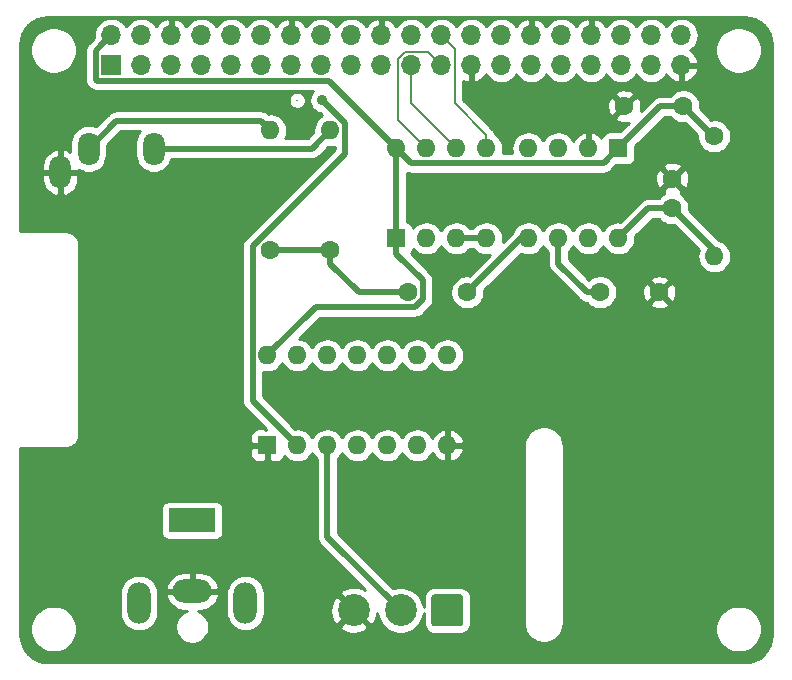
<source format=gtl>
G04 #@! TF.GenerationSoftware,KiCad,Pcbnew,(5.1.4)-1*
G04 #@! TF.CreationDate,2019-11-05T17:04:05-05:00*
G04 #@! TF.ProjectId,graphic_equalizer_expansion_pi,67726170-6869-4635-9f65-7175616c697a,rev?*
G04 #@! TF.SameCoordinates,Original*
G04 #@! TF.FileFunction,Copper,L1,Top*
G04 #@! TF.FilePolarity,Positive*
%FSLAX46Y46*%
G04 Gerber Fmt 4.6, Leading zero omitted, Abs format (unit mm)*
G04 Created by KiCad (PCBNEW (5.1.4)-1) date 2019-11-05 17:04:05*
%MOMM*%
%LPD*%
G04 APERTURE LIST*
%ADD10O,2.000000X3.500000*%
%ADD11O,3.300000X2.000000*%
%ADD12R,4.000000X2.000000*%
%ADD13O,1.800000X2.800000*%
%ADD14O,1.600000X1.600000*%
%ADD15R,1.600000X1.600000*%
%ADD16C,2.700000*%
%ADD17C,0.150000*%
%ADD18C,1.600000*%
%ADD19R,1.700000X1.700000*%
%ADD20O,1.700000X1.700000*%
%ADD21C,0.900000*%
%ADD22C,0.500000*%
%ADD23C,0.200000*%
%ADD24C,0.254000*%
G04 APERTURE END LIST*
D10*
X219740000Y-144300000D03*
X210740000Y-144300000D03*
D11*
X215240000Y-143300000D03*
D12*
X215240000Y-137300000D03*
D13*
X211964000Y-105836000D03*
X206464000Y-105836000D03*
X204064000Y-107836000D03*
D14*
X221590000Y-123330000D03*
X236830000Y-130950000D03*
X224130000Y-123330000D03*
X234290000Y-130950000D03*
X226670000Y-123330000D03*
X231750000Y-130950000D03*
X229210000Y-123330000D03*
X229210000Y-130950000D03*
X231750000Y-123330000D03*
X226670000Y-130950000D03*
X234290000Y-123330000D03*
X224130000Y-130950000D03*
X236830000Y-123330000D03*
D15*
X221590000Y-130950000D03*
D16*
X228910000Y-144920000D03*
X232870000Y-144920000D03*
D17*
G36*
X237954503Y-143571204D02*
G01*
X237978772Y-143574804D01*
X238002570Y-143580765D01*
X238025670Y-143589030D01*
X238047849Y-143599520D01*
X238068892Y-143612133D01*
X238088598Y-143626748D01*
X238106776Y-143643224D01*
X238123252Y-143661402D01*
X238137867Y-143681108D01*
X238150480Y-143702151D01*
X238160970Y-143724330D01*
X238169235Y-143747430D01*
X238175196Y-143771228D01*
X238178796Y-143795497D01*
X238180000Y-143820001D01*
X238180000Y-146019999D01*
X238178796Y-146044503D01*
X238175196Y-146068772D01*
X238169235Y-146092570D01*
X238160970Y-146115670D01*
X238150480Y-146137849D01*
X238137867Y-146158892D01*
X238123252Y-146178598D01*
X238106776Y-146196776D01*
X238088598Y-146213252D01*
X238068892Y-146227867D01*
X238047849Y-146240480D01*
X238025670Y-146250970D01*
X238002570Y-146259235D01*
X237978772Y-146265196D01*
X237954503Y-146268796D01*
X237929999Y-146270000D01*
X235730001Y-146270000D01*
X235705497Y-146268796D01*
X235681228Y-146265196D01*
X235657430Y-146259235D01*
X235634330Y-146250970D01*
X235612151Y-146240480D01*
X235591108Y-146227867D01*
X235571402Y-146213252D01*
X235553224Y-146196776D01*
X235536748Y-146178598D01*
X235522133Y-146158892D01*
X235509520Y-146137849D01*
X235499030Y-146115670D01*
X235490765Y-146092570D01*
X235484804Y-146068772D01*
X235481204Y-146044503D01*
X235480000Y-146019999D01*
X235480000Y-143820001D01*
X235481204Y-143795497D01*
X235484804Y-143771228D01*
X235490765Y-143747430D01*
X235499030Y-143724330D01*
X235509520Y-143702151D01*
X235522133Y-143681108D01*
X235536748Y-143661402D01*
X235553224Y-143643224D01*
X235571402Y-143626748D01*
X235591108Y-143612133D01*
X235612151Y-143599520D01*
X235634330Y-143589030D01*
X235657430Y-143580765D01*
X235681228Y-143574804D01*
X235705497Y-143571204D01*
X235730001Y-143570000D01*
X237929999Y-143570000D01*
X237954503Y-143571204D01*
X237954503Y-143571204D01*
G37*
D16*
X236830000Y-144920000D03*
D14*
X232512000Y-105804000D03*
X240132000Y-113424000D03*
X235052000Y-105804000D03*
X237592000Y-113424000D03*
X237592000Y-105804000D03*
X235052000Y-113424000D03*
X240132000Y-105804000D03*
D15*
X232512000Y-113424000D03*
D14*
X251308000Y-113424000D03*
X243688000Y-105804000D03*
X248768000Y-113424000D03*
X246228000Y-105804000D03*
X246228000Y-113424000D03*
X248768000Y-105804000D03*
X243688000Y-113424000D03*
D15*
X251308000Y-105804000D03*
D14*
X259436000Y-114948000D03*
D18*
X259436000Y-104788000D03*
D14*
X221844000Y-104280000D03*
D18*
X221844000Y-114440000D03*
D14*
X226924000Y-104280000D03*
D18*
X226924000Y-114440000D03*
X254784000Y-117996000D03*
X249784000Y-117996000D03*
X238528000Y-117996000D03*
X233528000Y-117996000D03*
X255880000Y-108384000D03*
X255880000Y-110884000D03*
X256816000Y-102248000D03*
X251816000Y-102248000D03*
D19*
X208370000Y-98770000D03*
D20*
X208370000Y-96230000D03*
X210910000Y-98770000D03*
X210910000Y-96230000D03*
X213450000Y-98770000D03*
X213450000Y-96230000D03*
X215990000Y-98770000D03*
X215990000Y-96230000D03*
X218530000Y-98770000D03*
X218530000Y-96230000D03*
X221070000Y-98770000D03*
X221070000Y-96230000D03*
X223610000Y-98770000D03*
X223610000Y-96230000D03*
X226150000Y-98770000D03*
X226150000Y-96230000D03*
X228690000Y-98770000D03*
X228690000Y-96230000D03*
X231230000Y-98770000D03*
X231230000Y-96230000D03*
X233770000Y-98770000D03*
X233770000Y-96230000D03*
X236310000Y-98770000D03*
X236310000Y-96230000D03*
X238850000Y-98770000D03*
X238850000Y-96230000D03*
X241390000Y-98770000D03*
X241390000Y-96230000D03*
X243930000Y-98770000D03*
X243930000Y-96230000D03*
X246470000Y-98770000D03*
X246470000Y-96230000D03*
X249010000Y-98770000D03*
X249010000Y-96230000D03*
X251550000Y-98770000D03*
X251550000Y-96230000D03*
X254090000Y-98770000D03*
X254090000Y-96230000D03*
X256630000Y-98770000D03*
X256630000Y-96230000D03*
D21*
X226234002Y-101740000D03*
D22*
X259356000Y-104788000D02*
X256816000Y-102248000D01*
X259436000Y-104788000D02*
X259356000Y-104788000D01*
X254864000Y-102248000D02*
X251308000Y-105804000D01*
X256816000Y-102248000D02*
X254864000Y-102248000D01*
X233311999Y-106603999D02*
X232512000Y-105804000D01*
X233762001Y-107054001D02*
X233311999Y-106603999D01*
X250057999Y-107054001D02*
X233762001Y-107054001D01*
X251308000Y-105804000D02*
X250057999Y-107054001D01*
X232512000Y-105804000D02*
X232512000Y-113424000D01*
X207520001Y-97079999D02*
X208370000Y-96230000D01*
X207069999Y-97530001D02*
X207520001Y-97079999D01*
X207069999Y-99980001D02*
X207069999Y-97530001D01*
X207159999Y-100070001D02*
X207069999Y-99980001D01*
X226778001Y-100070001D02*
X207159999Y-100070001D01*
X232512000Y-105804000D02*
X226778001Y-100070001D01*
X232512000Y-114724000D02*
X232512000Y-113424000D01*
X234778001Y-116990001D02*
X232512000Y-114724000D01*
X234778001Y-118596001D02*
X234778001Y-116990001D01*
X234128001Y-119246001D02*
X234778001Y-118596001D01*
X225673999Y-119246001D02*
X234128001Y-119246001D01*
X221590000Y-123330000D02*
X225673999Y-119246001D01*
X259436000Y-114440000D02*
X259436000Y-114948000D01*
X255880000Y-110884000D02*
X259436000Y-114440000D01*
X253848000Y-110884000D02*
X251308000Y-113424000D01*
X255880000Y-110884000D02*
X253848000Y-110884000D01*
X243100000Y-113424000D02*
X243688000Y-113424000D01*
X238528000Y-117996000D02*
X243100000Y-113424000D01*
X221844000Y-114440000D02*
X226924000Y-114440000D01*
X232396630Y-117996000D02*
X233528000Y-117996000D01*
X229348630Y-117996000D02*
X232396630Y-117996000D01*
X226924000Y-115571370D02*
X229348630Y-117996000D01*
X226924000Y-114440000D02*
X226924000Y-115571370D01*
X246228000Y-114555370D02*
X246228000Y-113424000D01*
X246228000Y-115571370D02*
X246228000Y-114555370D01*
X248652630Y-117996000D02*
X246228000Y-115571370D01*
X249784000Y-117996000D02*
X248652630Y-117996000D01*
X225368000Y-105836000D02*
X226924000Y-104280000D01*
X211964000Y-105836000D02*
X225368000Y-105836000D01*
X221044001Y-103480001D02*
X221844000Y-104280000D01*
X208819999Y-103480001D02*
X221044001Y-103480001D01*
X206464000Y-105836000D02*
X208819999Y-103480001D01*
D23*
X233770000Y-101982000D02*
X233770000Y-98770000D01*
X237592000Y-105804000D02*
X233770000Y-101982000D01*
X235460001Y-97920001D02*
X236310000Y-98770000D01*
X235159999Y-97619999D02*
X235460001Y-97920001D01*
X233217999Y-97619999D02*
X235159999Y-97619999D01*
X232619999Y-98217999D02*
X233217999Y-97619999D01*
X232619999Y-103371999D02*
X232619999Y-98217999D01*
X235052000Y-105804000D02*
X232619999Y-103371999D01*
X237159999Y-97079999D02*
X236310000Y-96230000D01*
X237460001Y-97380001D02*
X237159999Y-97079999D01*
X237460001Y-102000631D02*
X237460001Y-97380001D01*
X240132000Y-104672630D02*
X237460001Y-102000631D01*
X240132000Y-105804000D02*
X240132000Y-104672630D01*
D22*
X237592000Y-113424000D02*
X240132000Y-113424000D01*
X226670000Y-138720000D02*
X232870000Y-144920000D01*
X226670000Y-130950000D02*
X226670000Y-138720000D01*
D23*
X224130000Y-101740000D02*
X224130000Y-101740000D01*
D22*
X223330001Y-130150001D02*
X224130000Y-130950000D01*
X220339999Y-127159999D02*
X223330001Y-130150001D01*
X220339999Y-114093999D02*
X220339999Y-127159999D01*
X228174001Y-103679999D02*
X228174001Y-106259997D01*
X228174001Y-106259997D02*
X220339999Y-114093999D01*
X226234002Y-101740000D02*
X226234002Y-101740000D01*
X226234002Y-101740000D02*
X228174001Y-103679999D01*
D24*
G36*
X262449016Y-94732312D02*
G01*
X262880930Y-94862714D01*
X263279285Y-95074524D01*
X263628914Y-95359675D01*
X263916497Y-95707303D01*
X264131086Y-96104177D01*
X264264498Y-96535161D01*
X264315001Y-97015663D01*
X264315000Y-146966495D01*
X264267688Y-147449016D01*
X264137287Y-147880927D01*
X263925480Y-148279280D01*
X263640325Y-148628914D01*
X263292697Y-148916497D01*
X262895825Y-149131085D01*
X262464834Y-149264500D01*
X261984346Y-149315000D01*
X203033504Y-149315000D01*
X202550984Y-149267688D01*
X202119073Y-149137287D01*
X201720720Y-148925480D01*
X201371086Y-148640325D01*
X201083503Y-148292697D01*
X200868915Y-147895825D01*
X200735500Y-147464834D01*
X200685000Y-146984346D01*
X200685000Y-146304495D01*
X201515000Y-146304495D01*
X201515000Y-146695505D01*
X201591282Y-147079003D01*
X201740915Y-147440250D01*
X201958149Y-147765364D01*
X202234636Y-148041851D01*
X202559750Y-148259085D01*
X202920997Y-148408718D01*
X203304495Y-148485000D01*
X203695505Y-148485000D01*
X204079003Y-148408718D01*
X204440250Y-148259085D01*
X204765364Y-148041851D01*
X205041851Y-147765364D01*
X205259085Y-147440250D01*
X205408718Y-147079003D01*
X205485000Y-146695505D01*
X205485000Y-146304495D01*
X205408718Y-145920997D01*
X205259085Y-145559750D01*
X205041851Y-145234636D01*
X204765364Y-144958149D01*
X204440250Y-144740915D01*
X204079003Y-144591282D01*
X203695505Y-144515000D01*
X203304495Y-144515000D01*
X202920997Y-144591282D01*
X202559750Y-144740915D01*
X202234636Y-144958149D01*
X201958149Y-145234636D01*
X201740915Y-145559750D01*
X201591282Y-145920997D01*
X201515000Y-146304495D01*
X200685000Y-146304495D01*
X200685000Y-143469679D01*
X209105000Y-143469679D01*
X209105000Y-145130322D01*
X209128657Y-145370516D01*
X209222149Y-145678715D01*
X209373970Y-145962752D01*
X209578287Y-146211714D01*
X209827249Y-146416031D01*
X210111286Y-146567852D01*
X210419485Y-146661343D01*
X210740000Y-146692911D01*
X211060516Y-146661343D01*
X211368715Y-146567852D01*
X211652752Y-146416031D01*
X211901714Y-146211714D01*
X212106031Y-145962752D01*
X212257852Y-145678715D01*
X212351343Y-145370516D01*
X212375000Y-145130322D01*
X212375000Y-143680434D01*
X212999876Y-143680434D01*
X213030856Y-143808355D01*
X213159990Y-144102761D01*
X213344078Y-144366317D01*
X213576046Y-144588895D01*
X213846980Y-144761942D01*
X214146468Y-144878807D01*
X214463000Y-144935000D01*
X214785568Y-144935000D01*
X214560273Y-145028320D01*
X214325241Y-145185363D01*
X214125363Y-145385241D01*
X213968320Y-145620273D01*
X213860147Y-145881426D01*
X213805000Y-146158665D01*
X213805000Y-146441335D01*
X213860147Y-146718574D01*
X213968320Y-146979727D01*
X214125363Y-147214759D01*
X214325241Y-147414637D01*
X214560273Y-147571680D01*
X214821426Y-147679853D01*
X215098665Y-147735000D01*
X215381335Y-147735000D01*
X215658574Y-147679853D01*
X215919727Y-147571680D01*
X216154759Y-147414637D01*
X216354637Y-147214759D01*
X216511680Y-146979727D01*
X216619853Y-146718574D01*
X216675000Y-146441335D01*
X216675000Y-146158665D01*
X216619853Y-145881426D01*
X216511680Y-145620273D01*
X216354637Y-145385241D01*
X216154759Y-145185363D01*
X215919727Y-145028320D01*
X215694432Y-144935000D01*
X216017000Y-144935000D01*
X216333532Y-144878807D01*
X216633020Y-144761942D01*
X216903954Y-144588895D01*
X217135922Y-144366317D01*
X217320010Y-144102761D01*
X217449144Y-143808355D01*
X217480124Y-143680434D01*
X217380876Y-143469679D01*
X218105000Y-143469679D01*
X218105000Y-145130322D01*
X218128657Y-145370516D01*
X218222149Y-145678715D01*
X218373970Y-145962752D01*
X218578287Y-146211714D01*
X218827249Y-146416031D01*
X219111286Y-146567852D01*
X219419485Y-146661343D01*
X219740000Y-146692911D01*
X220060516Y-146661343D01*
X220368715Y-146567852D01*
X220652752Y-146416031D01*
X220788241Y-146304838D01*
X227704767Y-146304838D01*
X227842724Y-146605044D01*
X228191967Y-146780882D01*
X228568804Y-146885207D01*
X228958753Y-146914009D01*
X229346828Y-146866184D01*
X229718116Y-146743568D01*
X229977276Y-146605044D01*
X230115233Y-146304838D01*
X228910000Y-145099605D01*
X227704767Y-146304838D01*
X220788241Y-146304838D01*
X220901714Y-146211714D01*
X221106031Y-145962752D01*
X221257852Y-145678715D01*
X221351343Y-145370516D01*
X221375000Y-145130322D01*
X221375000Y-144968753D01*
X226915991Y-144968753D01*
X226963816Y-145356828D01*
X227086432Y-145728116D01*
X227224956Y-145987276D01*
X227525162Y-146125233D01*
X228730395Y-144920000D01*
X227525162Y-143714767D01*
X227224956Y-143852724D01*
X227049118Y-144201967D01*
X226944793Y-144578804D01*
X226915991Y-144968753D01*
X221375000Y-144968753D01*
X221375000Y-143469678D01*
X221351343Y-143229484D01*
X221257852Y-142921285D01*
X221106031Y-142637248D01*
X220901714Y-142388286D01*
X220652751Y-142183969D01*
X220368714Y-142032148D01*
X220060515Y-141938657D01*
X219740000Y-141907089D01*
X219419484Y-141938657D01*
X219111285Y-142032148D01*
X218827248Y-142183969D01*
X218578286Y-142388286D01*
X218373969Y-142637249D01*
X218222148Y-142921286D01*
X218128657Y-143229485D01*
X218105000Y-143469679D01*
X217380876Y-143469679D01*
X217360777Y-143427000D01*
X215367000Y-143427000D01*
X215367000Y-143447000D01*
X215113000Y-143447000D01*
X215113000Y-143427000D01*
X213119223Y-143427000D01*
X212999876Y-143680434D01*
X212375000Y-143680434D01*
X212375000Y-143469678D01*
X212351343Y-143229484D01*
X212257852Y-142921285D01*
X212256934Y-142919566D01*
X212999876Y-142919566D01*
X213119223Y-143173000D01*
X215113000Y-143173000D01*
X215113000Y-141665000D01*
X215367000Y-141665000D01*
X215367000Y-143173000D01*
X217360777Y-143173000D01*
X217480124Y-142919566D01*
X217449144Y-142791645D01*
X217320010Y-142497239D01*
X217135922Y-142233683D01*
X216903954Y-142011105D01*
X216633020Y-141838058D01*
X216333532Y-141721193D01*
X216017000Y-141665000D01*
X215367000Y-141665000D01*
X215113000Y-141665000D01*
X214463000Y-141665000D01*
X214146468Y-141721193D01*
X213846980Y-141838058D01*
X213576046Y-142011105D01*
X213344078Y-142233683D01*
X213159990Y-142497239D01*
X213030856Y-142791645D01*
X212999876Y-142919566D01*
X212256934Y-142919566D01*
X212106031Y-142637248D01*
X211901714Y-142388286D01*
X211652751Y-142183969D01*
X211368714Y-142032148D01*
X211060515Y-141938657D01*
X210740000Y-141907089D01*
X210419484Y-141938657D01*
X210111285Y-142032148D01*
X209827248Y-142183969D01*
X209578286Y-142388286D01*
X209373969Y-142637249D01*
X209222148Y-142921286D01*
X209128657Y-143229485D01*
X209105000Y-143469679D01*
X200685000Y-143469679D01*
X200685000Y-136300000D01*
X212601928Y-136300000D01*
X212601928Y-138300000D01*
X212614188Y-138424482D01*
X212650498Y-138544180D01*
X212709463Y-138654494D01*
X212788815Y-138751185D01*
X212885506Y-138830537D01*
X212995820Y-138889502D01*
X213115518Y-138925812D01*
X213240000Y-138938072D01*
X217240000Y-138938072D01*
X217364482Y-138925812D01*
X217484180Y-138889502D01*
X217594494Y-138830537D01*
X217691185Y-138751185D01*
X217770537Y-138654494D01*
X217829502Y-138544180D01*
X217865812Y-138424482D01*
X217878072Y-138300000D01*
X217878072Y-136300000D01*
X217865812Y-136175518D01*
X217829502Y-136055820D01*
X217770537Y-135945506D01*
X217691185Y-135848815D01*
X217594494Y-135769463D01*
X217484180Y-135710498D01*
X217364482Y-135674188D01*
X217240000Y-135661928D01*
X213240000Y-135661928D01*
X213115518Y-135674188D01*
X212995820Y-135710498D01*
X212885506Y-135769463D01*
X212788815Y-135848815D01*
X212709463Y-135945506D01*
X212650498Y-136055820D01*
X212614188Y-136175518D01*
X212601928Y-136300000D01*
X200685000Y-136300000D01*
X200685000Y-131750000D01*
X220151928Y-131750000D01*
X220164188Y-131874482D01*
X220200498Y-131994180D01*
X220259463Y-132104494D01*
X220338815Y-132201185D01*
X220435506Y-132280537D01*
X220545820Y-132339502D01*
X220665518Y-132375812D01*
X220790000Y-132388072D01*
X221304250Y-132385000D01*
X221463000Y-132226250D01*
X221463000Y-131077000D01*
X220313750Y-131077000D01*
X220155000Y-131235750D01*
X220151928Y-131750000D01*
X200685000Y-131750000D01*
X200685000Y-131185000D01*
X204533647Y-131185000D01*
X204562601Y-131182148D01*
X204565573Y-131182169D01*
X204575092Y-131181236D01*
X204623218Y-131176178D01*
X204634283Y-131175088D01*
X204634652Y-131174976D01*
X204672140Y-131171036D01*
X204732990Y-131158545D01*
X204793942Y-131146918D01*
X204803096Y-131144155D01*
X204803102Y-131144153D01*
X204896317Y-131115298D01*
X204953533Y-131091246D01*
X205011119Y-131067980D01*
X205019564Y-131063490D01*
X205105401Y-131017077D01*
X205156867Y-130982362D01*
X205208821Y-130948364D01*
X205216232Y-130942320D01*
X205291421Y-130880118D01*
X205335162Y-130836070D01*
X205379522Y-130792631D01*
X205385618Y-130785261D01*
X205385623Y-130785256D01*
X205385627Y-130785250D01*
X205447294Y-130709640D01*
X205481632Y-130657959D01*
X205516733Y-130606694D01*
X205521282Y-130598281D01*
X205567094Y-130512120D01*
X205590758Y-130454704D01*
X205615208Y-130397661D01*
X205618036Y-130388525D01*
X205646241Y-130295107D01*
X205658303Y-130234187D01*
X205671209Y-130173470D01*
X205672209Y-130163958D01*
X205681731Y-130066841D01*
X205681731Y-130066837D01*
X205685000Y-130033647D01*
X205685000Y-113966353D01*
X205682148Y-113937399D01*
X205682169Y-113934427D01*
X205681236Y-113924909D01*
X205676179Y-113876790D01*
X205675088Y-113865717D01*
X205674976Y-113865348D01*
X205671036Y-113827860D01*
X205658547Y-113767017D01*
X205646918Y-113706058D01*
X205644154Y-113696902D01*
X205615298Y-113603683D01*
X205591232Y-113546434D01*
X205567979Y-113488881D01*
X205563489Y-113480436D01*
X205517077Y-113394598D01*
X205482350Y-113343115D01*
X205448364Y-113291179D01*
X205442320Y-113283767D01*
X205380118Y-113208579D01*
X205336051Y-113164818D01*
X205292630Y-113120478D01*
X205285261Y-113114381D01*
X205209640Y-113052706D01*
X205157959Y-113018368D01*
X205106694Y-112983267D01*
X205098281Y-112978718D01*
X205012120Y-112932906D01*
X204954704Y-112909242D01*
X204897661Y-112884792D01*
X204888525Y-112881964D01*
X204795107Y-112853759D01*
X204734195Y-112841698D01*
X204673471Y-112828791D01*
X204663959Y-112827791D01*
X204566841Y-112818269D01*
X204566837Y-112818269D01*
X204533647Y-112815000D01*
X200685000Y-112815000D01*
X200685000Y-107963000D01*
X202529000Y-107963000D01*
X202529000Y-108463000D01*
X202583271Y-108760023D01*
X202694446Y-109040751D01*
X202858252Y-109294396D01*
X203068394Y-109511210D01*
X203316796Y-109682862D01*
X203593913Y-109802755D01*
X203699260Y-109827036D01*
X203937000Y-109706378D01*
X203937000Y-107963000D01*
X204191000Y-107963000D01*
X204191000Y-109706378D01*
X204428740Y-109827036D01*
X204534087Y-109802755D01*
X204811204Y-109682862D01*
X205059606Y-109511210D01*
X205269748Y-109294396D01*
X205433554Y-109040751D01*
X205544729Y-108760023D01*
X205599000Y-108463000D01*
X205599000Y-107963000D01*
X204191000Y-107963000D01*
X203937000Y-107963000D01*
X202529000Y-107963000D01*
X200685000Y-107963000D01*
X200685000Y-107209000D01*
X202529000Y-107209000D01*
X202529000Y-107709000D01*
X203937000Y-107709000D01*
X203937000Y-105965622D01*
X204191000Y-105965622D01*
X204191000Y-107709000D01*
X205599000Y-107709000D01*
X205599000Y-107611855D01*
X205607074Y-107618481D01*
X205873740Y-107761017D01*
X206163088Y-107848790D01*
X206464000Y-107878427D01*
X206764913Y-107848790D01*
X207054261Y-107761017D01*
X207320927Y-107618481D01*
X207554661Y-107426661D01*
X207746481Y-107192927D01*
X207889017Y-106926261D01*
X207976790Y-106636913D01*
X207999000Y-106411408D01*
X207999000Y-105552578D01*
X209186578Y-104365001D01*
X210775136Y-104365001D01*
X210681519Y-104479074D01*
X210538983Y-104745740D01*
X210451210Y-105035088D01*
X210429000Y-105260593D01*
X210429000Y-106411408D01*
X210451210Y-106636913D01*
X210538983Y-106926261D01*
X210681519Y-107192927D01*
X210873340Y-107426661D01*
X211107074Y-107618481D01*
X211373740Y-107761017D01*
X211663088Y-107848790D01*
X211964000Y-107878427D01*
X212264913Y-107848790D01*
X212554261Y-107761017D01*
X212820927Y-107618481D01*
X213054661Y-107426661D01*
X213246481Y-107192927D01*
X213389017Y-106926261D01*
X213451282Y-106721000D01*
X225324531Y-106721000D01*
X225368000Y-106725281D01*
X225411469Y-106721000D01*
X225411477Y-106721000D01*
X225541490Y-106708195D01*
X225708313Y-106657589D01*
X225862059Y-106575411D01*
X225996817Y-106464817D01*
X226024534Y-106431044D01*
X226750704Y-105704875D01*
X226853508Y-105715000D01*
X226994492Y-105715000D01*
X227205309Y-105694236D01*
X227289002Y-105668848D01*
X227289002Y-105893417D01*
X219744955Y-113437465D01*
X219711182Y-113465182D01*
X219600588Y-113599941D01*
X219518410Y-113753687D01*
X219489867Y-113847780D01*
X219468548Y-113918059D01*
X219467804Y-113920510D01*
X219454999Y-114050523D01*
X219454999Y-114050530D01*
X219450718Y-114093999D01*
X219454999Y-114137468D01*
X219455000Y-127116520D01*
X219450718Y-127159999D01*
X219467804Y-127333489D01*
X219518411Y-127500312D01*
X219600589Y-127654058D01*
X219683467Y-127755045D01*
X219683470Y-127755048D01*
X219711183Y-127788816D01*
X219744950Y-127816528D01*
X221462998Y-129534577D01*
X221462998Y-129673748D01*
X221304250Y-129515000D01*
X220790000Y-129511928D01*
X220665518Y-129524188D01*
X220545820Y-129560498D01*
X220435506Y-129619463D01*
X220338815Y-129698815D01*
X220259463Y-129795506D01*
X220200498Y-129905820D01*
X220164188Y-130025518D01*
X220151928Y-130150000D01*
X220155000Y-130664250D01*
X220313750Y-130823000D01*
X221463000Y-130823000D01*
X221463000Y-130803000D01*
X221717000Y-130803000D01*
X221717000Y-130823000D01*
X221737000Y-130823000D01*
X221737000Y-131077000D01*
X221717000Y-131077000D01*
X221717000Y-132226250D01*
X221875750Y-132385000D01*
X222390000Y-132388072D01*
X222514482Y-132375812D01*
X222634180Y-132339502D01*
X222744494Y-132280537D01*
X222841185Y-132201185D01*
X222920537Y-132104494D01*
X222979502Y-131994180D01*
X223015812Y-131874482D01*
X223017581Y-131856518D01*
X223110392Y-131969608D01*
X223328899Y-132148932D01*
X223578192Y-132282182D01*
X223848691Y-132364236D01*
X224059508Y-132385000D01*
X224200492Y-132385000D01*
X224411309Y-132364236D01*
X224681808Y-132282182D01*
X224931101Y-132148932D01*
X225149608Y-131969608D01*
X225328932Y-131751101D01*
X225400000Y-131618142D01*
X225471068Y-131751101D01*
X225650392Y-131969608D01*
X225785000Y-132080078D01*
X225785001Y-138676521D01*
X225780719Y-138720000D01*
X225797805Y-138893490D01*
X225848412Y-139060313D01*
X225930590Y-139214059D01*
X226013468Y-139315046D01*
X226013471Y-139315049D01*
X226041184Y-139348817D01*
X226074952Y-139376530D01*
X229888863Y-143190441D01*
X229628033Y-143059118D01*
X229251196Y-142954793D01*
X228861247Y-142925991D01*
X228473172Y-142973816D01*
X228101884Y-143096432D01*
X227842724Y-143234956D01*
X227704767Y-143535162D01*
X228910000Y-144740395D01*
X228924143Y-144726253D01*
X229103748Y-144905858D01*
X229089605Y-144920000D01*
X230294838Y-146125233D01*
X230595044Y-145987276D01*
X230770882Y-145638033D01*
X230875207Y-145261196D01*
X230885706Y-145119053D01*
X230961282Y-145499003D01*
X231110915Y-145860250D01*
X231328149Y-146185364D01*
X231604636Y-146461851D01*
X231929750Y-146679085D01*
X232290997Y-146828718D01*
X232674495Y-146905000D01*
X233065505Y-146905000D01*
X233449003Y-146828718D01*
X233810250Y-146679085D01*
X234135364Y-146461851D01*
X234411851Y-146185364D01*
X234629085Y-145860250D01*
X234778718Y-145499003D01*
X234841928Y-145181223D01*
X234841928Y-146019999D01*
X234858992Y-146193253D01*
X234909529Y-146359850D01*
X234991595Y-146513386D01*
X235102039Y-146647961D01*
X235236614Y-146758405D01*
X235390150Y-146840471D01*
X235556747Y-146891008D01*
X235730001Y-146908072D01*
X237929999Y-146908072D01*
X238103253Y-146891008D01*
X238269850Y-146840471D01*
X238423386Y-146758405D01*
X238557961Y-146647961D01*
X238668405Y-146513386D01*
X238750471Y-146359850D01*
X238801008Y-146193253D01*
X238816727Y-146033646D01*
X243315000Y-146033646D01*
X243318366Y-146067821D01*
X243318366Y-146080806D01*
X243319366Y-146090318D01*
X243341121Y-146284268D01*
X243354025Y-146344976D01*
X243366089Y-146405901D01*
X243368917Y-146415038D01*
X243427930Y-146601068D01*
X243452377Y-146658105D01*
X243476046Y-146715531D01*
X243480595Y-146723944D01*
X243574617Y-146894969D01*
X243609692Y-146946194D01*
X243644050Y-146997906D01*
X243650146Y-147005276D01*
X243775596Y-147154782D01*
X243819974Y-147198240D01*
X243863703Y-147242275D01*
X243871109Y-147248315D01*
X243871113Y-147248319D01*
X243871115Y-147248320D01*
X244023214Y-147370611D01*
X244075139Y-147404589D01*
X244126632Y-147439322D01*
X244135077Y-147443812D01*
X244308033Y-147534232D01*
X244365590Y-147557487D01*
X244422835Y-147581550D01*
X244431991Y-147584315D01*
X244619217Y-147639418D01*
X244680218Y-147651054D01*
X244741015Y-147663534D01*
X244750533Y-147664468D01*
X244944895Y-147682157D01*
X245006986Y-147681723D01*
X245069066Y-147682156D01*
X245078585Y-147681223D01*
X245272682Y-147660822D01*
X245333496Y-147648339D01*
X245394481Y-147636705D01*
X245403637Y-147633941D01*
X245590075Y-147576229D01*
X245647279Y-147552182D01*
X245704873Y-147528913D01*
X245713317Y-147524423D01*
X245884994Y-147431598D01*
X245936468Y-147396878D01*
X245988418Y-147362883D01*
X245995829Y-147356839D01*
X246146207Y-147232435D01*
X246189973Y-147188362D01*
X246234311Y-147144943D01*
X246240408Y-147137574D01*
X246363758Y-146986332D01*
X246398126Y-146934603D01*
X246433191Y-146883392D01*
X246437739Y-146874981D01*
X246437740Y-146874980D01*
X246437742Y-146874976D01*
X246529366Y-146702657D01*
X246553022Y-146645261D01*
X246577482Y-146588193D01*
X246580310Y-146579056D01*
X246636719Y-146392220D01*
X246648780Y-146331310D01*
X246654479Y-146304495D01*
X259515000Y-146304495D01*
X259515000Y-146695505D01*
X259591282Y-147079003D01*
X259740915Y-147440250D01*
X259958149Y-147765364D01*
X260234636Y-148041851D01*
X260559750Y-148259085D01*
X260920997Y-148408718D01*
X261304495Y-148485000D01*
X261695505Y-148485000D01*
X262079003Y-148408718D01*
X262440250Y-148259085D01*
X262765364Y-148041851D01*
X263041851Y-147765364D01*
X263259085Y-147440250D01*
X263408718Y-147079003D01*
X263485000Y-146695505D01*
X263485000Y-146304495D01*
X263408718Y-145920997D01*
X263259085Y-145559750D01*
X263041851Y-145234636D01*
X262765364Y-144958149D01*
X262440250Y-144740915D01*
X262079003Y-144591282D01*
X261695505Y-144515000D01*
X261304495Y-144515000D01*
X260920997Y-144591282D01*
X260559750Y-144740915D01*
X260234636Y-144958149D01*
X259958149Y-145234636D01*
X259740915Y-145559750D01*
X259591282Y-145920997D01*
X259515000Y-146304495D01*
X246654479Y-146304495D01*
X246661686Y-146270591D01*
X246662686Y-146261079D01*
X246681731Y-146066845D01*
X246681731Y-146066837D01*
X246685000Y-146033647D01*
X246685000Y-130966353D01*
X246681633Y-130932169D01*
X246681633Y-130919193D01*
X246680634Y-130909681D01*
X246658879Y-130715732D01*
X246645975Y-130655024D01*
X246633911Y-130594099D01*
X246631083Y-130584962D01*
X246572070Y-130398932D01*
X246547618Y-130341882D01*
X246523954Y-130284470D01*
X246519405Y-130276056D01*
X246425383Y-130105031D01*
X246390310Y-130053809D01*
X246355951Y-130002094D01*
X246349854Y-129994724D01*
X246224404Y-129845218D01*
X246180046Y-129801779D01*
X246136297Y-129757724D01*
X246128885Y-129751679D01*
X245976785Y-129629389D01*
X245924845Y-129595401D01*
X245873367Y-129560678D01*
X245864923Y-129556187D01*
X245691967Y-129465768D01*
X245634410Y-129442513D01*
X245577165Y-129418450D01*
X245568009Y-129415685D01*
X245380783Y-129360582D01*
X245319775Y-129348945D01*
X245258985Y-129336466D01*
X245249466Y-129335532D01*
X245055105Y-129317843D01*
X244992981Y-129318277D01*
X244930933Y-129317844D01*
X244921426Y-129318776D01*
X244921419Y-129318776D01*
X244921413Y-129318777D01*
X244727318Y-129339178D01*
X244666504Y-129351661D01*
X244605519Y-129363295D01*
X244596363Y-129366059D01*
X244409925Y-129423771D01*
X244352692Y-129447830D01*
X244295127Y-129471087D01*
X244286682Y-129475577D01*
X244115006Y-129568402D01*
X244063532Y-129603122D01*
X244011582Y-129637117D01*
X244004170Y-129643162D01*
X243853793Y-129767565D01*
X243810027Y-129811638D01*
X243765689Y-129855057D01*
X243759592Y-129862426D01*
X243636242Y-130013668D01*
X243601881Y-130065386D01*
X243566809Y-130116607D01*
X243562260Y-130125020D01*
X243470635Y-130297343D01*
X243446978Y-130354739D01*
X243422519Y-130411807D01*
X243419690Y-130420943D01*
X243363281Y-130607780D01*
X243351220Y-130668691D01*
X243338314Y-130729410D01*
X243337314Y-130738922D01*
X243318269Y-130933155D01*
X243318269Y-130933173D01*
X243315001Y-130966353D01*
X243315000Y-146033646D01*
X238816727Y-146033646D01*
X238818072Y-146019999D01*
X238818072Y-143820001D01*
X238801008Y-143646747D01*
X238750471Y-143480150D01*
X238668405Y-143326614D01*
X238557961Y-143192039D01*
X238423386Y-143081595D01*
X238269850Y-142999529D01*
X238103253Y-142948992D01*
X237929999Y-142931928D01*
X235730001Y-142931928D01*
X235556747Y-142948992D01*
X235390150Y-142999529D01*
X235236614Y-143081595D01*
X235102039Y-143192039D01*
X234991595Y-143326614D01*
X234909529Y-143480150D01*
X234858992Y-143646747D01*
X234841928Y-143820001D01*
X234841928Y-144658777D01*
X234778718Y-144340997D01*
X234629085Y-143979750D01*
X234411851Y-143654636D01*
X234135364Y-143378149D01*
X233810250Y-143160915D01*
X233449003Y-143011282D01*
X233065505Y-142935000D01*
X232674495Y-142935000D01*
X232290997Y-143011282D01*
X232235746Y-143034168D01*
X227555000Y-138353422D01*
X227555000Y-132080078D01*
X227689608Y-131969608D01*
X227868932Y-131751101D01*
X227940000Y-131618142D01*
X228011068Y-131751101D01*
X228190392Y-131969608D01*
X228408899Y-132148932D01*
X228658192Y-132282182D01*
X228928691Y-132364236D01*
X229139508Y-132385000D01*
X229280492Y-132385000D01*
X229491309Y-132364236D01*
X229761808Y-132282182D01*
X230011101Y-132148932D01*
X230229608Y-131969608D01*
X230408932Y-131751101D01*
X230480000Y-131618142D01*
X230551068Y-131751101D01*
X230730392Y-131969608D01*
X230948899Y-132148932D01*
X231198192Y-132282182D01*
X231468691Y-132364236D01*
X231679508Y-132385000D01*
X231820492Y-132385000D01*
X232031309Y-132364236D01*
X232301808Y-132282182D01*
X232551101Y-132148932D01*
X232769608Y-131969608D01*
X232948932Y-131751101D01*
X233020000Y-131618142D01*
X233091068Y-131751101D01*
X233270392Y-131969608D01*
X233488899Y-132148932D01*
X233738192Y-132282182D01*
X234008691Y-132364236D01*
X234219508Y-132385000D01*
X234360492Y-132385000D01*
X234571309Y-132364236D01*
X234841808Y-132282182D01*
X235091101Y-132148932D01*
X235309608Y-131969608D01*
X235488932Y-131751101D01*
X235562579Y-131613318D01*
X235677615Y-131805131D01*
X235866586Y-132013519D01*
X236092580Y-132181037D01*
X236346913Y-132301246D01*
X236480961Y-132341904D01*
X236703000Y-132219915D01*
X236703000Y-131077000D01*
X236957000Y-131077000D01*
X236957000Y-132219915D01*
X237179039Y-132341904D01*
X237313087Y-132301246D01*
X237567420Y-132181037D01*
X237793414Y-132013519D01*
X237982385Y-131805131D01*
X238127070Y-131563881D01*
X238221909Y-131299040D01*
X238100624Y-131077000D01*
X236957000Y-131077000D01*
X236703000Y-131077000D01*
X236683000Y-131077000D01*
X236683000Y-130823000D01*
X236703000Y-130823000D01*
X236703000Y-129680085D01*
X236957000Y-129680085D01*
X236957000Y-130823000D01*
X238100624Y-130823000D01*
X238221909Y-130600960D01*
X238127070Y-130336119D01*
X237982385Y-130094869D01*
X237793414Y-129886481D01*
X237567420Y-129718963D01*
X237313087Y-129598754D01*
X237179039Y-129558096D01*
X236957000Y-129680085D01*
X236703000Y-129680085D01*
X236480961Y-129558096D01*
X236346913Y-129598754D01*
X236092580Y-129718963D01*
X235866586Y-129886481D01*
X235677615Y-130094869D01*
X235562579Y-130286682D01*
X235488932Y-130148899D01*
X235309608Y-129930392D01*
X235091101Y-129751068D01*
X234841808Y-129617818D01*
X234571309Y-129535764D01*
X234360492Y-129515000D01*
X234219508Y-129515000D01*
X234008691Y-129535764D01*
X233738192Y-129617818D01*
X233488899Y-129751068D01*
X233270392Y-129930392D01*
X233091068Y-130148899D01*
X233020000Y-130281858D01*
X232948932Y-130148899D01*
X232769608Y-129930392D01*
X232551101Y-129751068D01*
X232301808Y-129617818D01*
X232031309Y-129535764D01*
X231820492Y-129515000D01*
X231679508Y-129515000D01*
X231468691Y-129535764D01*
X231198192Y-129617818D01*
X230948899Y-129751068D01*
X230730392Y-129930392D01*
X230551068Y-130148899D01*
X230480000Y-130281858D01*
X230408932Y-130148899D01*
X230229608Y-129930392D01*
X230011101Y-129751068D01*
X229761808Y-129617818D01*
X229491309Y-129535764D01*
X229280492Y-129515000D01*
X229139508Y-129515000D01*
X228928691Y-129535764D01*
X228658192Y-129617818D01*
X228408899Y-129751068D01*
X228190392Y-129930392D01*
X228011068Y-130148899D01*
X227940000Y-130281858D01*
X227868932Y-130148899D01*
X227689608Y-129930392D01*
X227471101Y-129751068D01*
X227221808Y-129617818D01*
X226951309Y-129535764D01*
X226740492Y-129515000D01*
X226599508Y-129515000D01*
X226388691Y-129535764D01*
X226118192Y-129617818D01*
X225868899Y-129751068D01*
X225650392Y-129930392D01*
X225471068Y-130148899D01*
X225400000Y-130281858D01*
X225328932Y-130148899D01*
X225149608Y-129930392D01*
X224931101Y-129751068D01*
X224681808Y-129617818D01*
X224411309Y-129535764D01*
X224200492Y-129515000D01*
X224059508Y-129515000D01*
X223956704Y-129525125D01*
X221224999Y-126793421D01*
X221224999Y-124718849D01*
X221308691Y-124744236D01*
X221519508Y-124765000D01*
X221660492Y-124765000D01*
X221871309Y-124744236D01*
X222141808Y-124662182D01*
X222391101Y-124528932D01*
X222609608Y-124349608D01*
X222788932Y-124131101D01*
X222860000Y-123998142D01*
X222931068Y-124131101D01*
X223110392Y-124349608D01*
X223328899Y-124528932D01*
X223578192Y-124662182D01*
X223848691Y-124744236D01*
X224059508Y-124765000D01*
X224200492Y-124765000D01*
X224411309Y-124744236D01*
X224681808Y-124662182D01*
X224931101Y-124528932D01*
X225149608Y-124349608D01*
X225328932Y-124131101D01*
X225400000Y-123998142D01*
X225471068Y-124131101D01*
X225650392Y-124349608D01*
X225868899Y-124528932D01*
X226118192Y-124662182D01*
X226388691Y-124744236D01*
X226599508Y-124765000D01*
X226740492Y-124765000D01*
X226951309Y-124744236D01*
X227221808Y-124662182D01*
X227471101Y-124528932D01*
X227689608Y-124349608D01*
X227868932Y-124131101D01*
X227940000Y-123998142D01*
X228011068Y-124131101D01*
X228190392Y-124349608D01*
X228408899Y-124528932D01*
X228658192Y-124662182D01*
X228928691Y-124744236D01*
X229139508Y-124765000D01*
X229280492Y-124765000D01*
X229491309Y-124744236D01*
X229761808Y-124662182D01*
X230011101Y-124528932D01*
X230229608Y-124349608D01*
X230408932Y-124131101D01*
X230480000Y-123998142D01*
X230551068Y-124131101D01*
X230730392Y-124349608D01*
X230948899Y-124528932D01*
X231198192Y-124662182D01*
X231468691Y-124744236D01*
X231679508Y-124765000D01*
X231820492Y-124765000D01*
X232031309Y-124744236D01*
X232301808Y-124662182D01*
X232551101Y-124528932D01*
X232769608Y-124349608D01*
X232948932Y-124131101D01*
X233020000Y-123998142D01*
X233091068Y-124131101D01*
X233270392Y-124349608D01*
X233488899Y-124528932D01*
X233738192Y-124662182D01*
X234008691Y-124744236D01*
X234219508Y-124765000D01*
X234360492Y-124765000D01*
X234571309Y-124744236D01*
X234841808Y-124662182D01*
X235091101Y-124528932D01*
X235309608Y-124349608D01*
X235488932Y-124131101D01*
X235560000Y-123998142D01*
X235631068Y-124131101D01*
X235810392Y-124349608D01*
X236028899Y-124528932D01*
X236278192Y-124662182D01*
X236548691Y-124744236D01*
X236759508Y-124765000D01*
X236900492Y-124765000D01*
X237111309Y-124744236D01*
X237381808Y-124662182D01*
X237631101Y-124528932D01*
X237849608Y-124349608D01*
X238028932Y-124131101D01*
X238162182Y-123881808D01*
X238244236Y-123611309D01*
X238271943Y-123330000D01*
X238244236Y-123048691D01*
X238162182Y-122778192D01*
X238028932Y-122528899D01*
X237849608Y-122310392D01*
X237631101Y-122131068D01*
X237381808Y-121997818D01*
X237111309Y-121915764D01*
X236900492Y-121895000D01*
X236759508Y-121895000D01*
X236548691Y-121915764D01*
X236278192Y-121997818D01*
X236028899Y-122131068D01*
X235810392Y-122310392D01*
X235631068Y-122528899D01*
X235560000Y-122661858D01*
X235488932Y-122528899D01*
X235309608Y-122310392D01*
X235091101Y-122131068D01*
X234841808Y-121997818D01*
X234571309Y-121915764D01*
X234360492Y-121895000D01*
X234219508Y-121895000D01*
X234008691Y-121915764D01*
X233738192Y-121997818D01*
X233488899Y-122131068D01*
X233270392Y-122310392D01*
X233091068Y-122528899D01*
X233020000Y-122661858D01*
X232948932Y-122528899D01*
X232769608Y-122310392D01*
X232551101Y-122131068D01*
X232301808Y-121997818D01*
X232031309Y-121915764D01*
X231820492Y-121895000D01*
X231679508Y-121895000D01*
X231468691Y-121915764D01*
X231198192Y-121997818D01*
X230948899Y-122131068D01*
X230730392Y-122310392D01*
X230551068Y-122528899D01*
X230480000Y-122661858D01*
X230408932Y-122528899D01*
X230229608Y-122310392D01*
X230011101Y-122131068D01*
X229761808Y-121997818D01*
X229491309Y-121915764D01*
X229280492Y-121895000D01*
X229139508Y-121895000D01*
X228928691Y-121915764D01*
X228658192Y-121997818D01*
X228408899Y-122131068D01*
X228190392Y-122310392D01*
X228011068Y-122528899D01*
X227940000Y-122661858D01*
X227868932Y-122528899D01*
X227689608Y-122310392D01*
X227471101Y-122131068D01*
X227221808Y-121997818D01*
X226951309Y-121915764D01*
X226740492Y-121895000D01*
X226599508Y-121895000D01*
X226388691Y-121915764D01*
X226118192Y-121997818D01*
X225868899Y-122131068D01*
X225650392Y-122310392D01*
X225471068Y-122528899D01*
X225400000Y-122661858D01*
X225328932Y-122528899D01*
X225149608Y-122310392D01*
X224931101Y-122131068D01*
X224681808Y-121997818D01*
X224411309Y-121915764D01*
X224269756Y-121901822D01*
X226040578Y-120131001D01*
X234084532Y-120131001D01*
X234128001Y-120135282D01*
X234171470Y-120131001D01*
X234171478Y-120131001D01*
X234301491Y-120118196D01*
X234468314Y-120067590D01*
X234622060Y-119985412D01*
X234756818Y-119874818D01*
X234784535Y-119841045D01*
X235373051Y-119252530D01*
X235406818Y-119224818D01*
X235517412Y-119090060D01*
X235599590Y-118936314D01*
X235650196Y-118769491D01*
X235663001Y-118639478D01*
X235663001Y-118639470D01*
X235667282Y-118596001D01*
X235663001Y-118552532D01*
X235663001Y-117033466D01*
X235667282Y-116990000D01*
X235663001Y-116946534D01*
X235663001Y-116946524D01*
X235650196Y-116816511D01*
X235599590Y-116649688D01*
X235517412Y-116495942D01*
X235406818Y-116361184D01*
X235373050Y-116333471D01*
X233736590Y-114697011D01*
X233763185Y-114675185D01*
X233842537Y-114578494D01*
X233901502Y-114468180D01*
X233937812Y-114348482D01*
X233939581Y-114330518D01*
X234032392Y-114443608D01*
X234250899Y-114622932D01*
X234500192Y-114756182D01*
X234770691Y-114838236D01*
X234981508Y-114859000D01*
X235122492Y-114859000D01*
X235333309Y-114838236D01*
X235603808Y-114756182D01*
X235853101Y-114622932D01*
X236071608Y-114443608D01*
X236250932Y-114225101D01*
X236322000Y-114092142D01*
X236393068Y-114225101D01*
X236572392Y-114443608D01*
X236790899Y-114622932D01*
X237040192Y-114756182D01*
X237310691Y-114838236D01*
X237521508Y-114859000D01*
X237662492Y-114859000D01*
X237873309Y-114838236D01*
X238143808Y-114756182D01*
X238393101Y-114622932D01*
X238611608Y-114443608D01*
X238722078Y-114309000D01*
X239001922Y-114309000D01*
X239112392Y-114443608D01*
X239330899Y-114622932D01*
X239580192Y-114756182D01*
X239850691Y-114838236D01*
X240061508Y-114859000D01*
X240202492Y-114859000D01*
X240413309Y-114838236D01*
X240443276Y-114829146D01*
X238704439Y-116567983D01*
X238669335Y-116561000D01*
X238386665Y-116561000D01*
X238109426Y-116616147D01*
X237848273Y-116724320D01*
X237613241Y-116881363D01*
X237413363Y-117081241D01*
X237256320Y-117316273D01*
X237148147Y-117577426D01*
X237093000Y-117854665D01*
X237093000Y-118137335D01*
X237148147Y-118414574D01*
X237256320Y-118675727D01*
X237413363Y-118910759D01*
X237613241Y-119110637D01*
X237848273Y-119267680D01*
X238109426Y-119375853D01*
X238386665Y-119431000D01*
X238669335Y-119431000D01*
X238946574Y-119375853D01*
X239207727Y-119267680D01*
X239442759Y-119110637D01*
X239642637Y-118910759D01*
X239799680Y-118675727D01*
X239907853Y-118414574D01*
X239963000Y-118137335D01*
X239963000Y-117854665D01*
X239956017Y-117819561D01*
X243060080Y-114715499D01*
X243136192Y-114756182D01*
X243406691Y-114838236D01*
X243617508Y-114859000D01*
X243758492Y-114859000D01*
X243969309Y-114838236D01*
X244239808Y-114756182D01*
X244489101Y-114622932D01*
X244707608Y-114443608D01*
X244886932Y-114225101D01*
X244958000Y-114092142D01*
X245029068Y-114225101D01*
X245208392Y-114443608D01*
X245343000Y-114554078D01*
X245343000Y-114598846D01*
X245343001Y-114598855D01*
X245343000Y-115527900D01*
X245338719Y-115571370D01*
X245343000Y-115614839D01*
X245343000Y-115614846D01*
X245355805Y-115744859D01*
X245406411Y-115911682D01*
X245488589Y-116065428D01*
X245599183Y-116200187D01*
X245632956Y-116227904D01*
X247996100Y-118591049D01*
X248023813Y-118624817D01*
X248057581Y-118652530D01*
X248057583Y-118652532D01*
X248158571Y-118735411D01*
X248312316Y-118817589D01*
X248479140Y-118868195D01*
X248609153Y-118881000D01*
X248609161Y-118881000D01*
X248652319Y-118885250D01*
X248669363Y-118910759D01*
X248869241Y-119110637D01*
X249104273Y-119267680D01*
X249365426Y-119375853D01*
X249642665Y-119431000D01*
X249925335Y-119431000D01*
X250202574Y-119375853D01*
X250463727Y-119267680D01*
X250698759Y-119110637D01*
X250820694Y-118988702D01*
X253970903Y-118988702D01*
X254042486Y-119232671D01*
X254297996Y-119353571D01*
X254572184Y-119422300D01*
X254854512Y-119436217D01*
X255134130Y-119394787D01*
X255400292Y-119299603D01*
X255525514Y-119232671D01*
X255597097Y-118988702D01*
X254784000Y-118175605D01*
X253970903Y-118988702D01*
X250820694Y-118988702D01*
X250898637Y-118910759D01*
X251055680Y-118675727D01*
X251163853Y-118414574D01*
X251219000Y-118137335D01*
X251219000Y-118066512D01*
X253343783Y-118066512D01*
X253385213Y-118346130D01*
X253480397Y-118612292D01*
X253547329Y-118737514D01*
X253791298Y-118809097D01*
X254604395Y-117996000D01*
X254963605Y-117996000D01*
X255776702Y-118809097D01*
X256020671Y-118737514D01*
X256141571Y-118482004D01*
X256210300Y-118207816D01*
X256224217Y-117925488D01*
X256182787Y-117645870D01*
X256087603Y-117379708D01*
X256020671Y-117254486D01*
X255776702Y-117182903D01*
X254963605Y-117996000D01*
X254604395Y-117996000D01*
X253791298Y-117182903D01*
X253547329Y-117254486D01*
X253426429Y-117509996D01*
X253357700Y-117784184D01*
X253343783Y-118066512D01*
X251219000Y-118066512D01*
X251219000Y-117854665D01*
X251163853Y-117577426D01*
X251055680Y-117316273D01*
X250898637Y-117081241D01*
X250820694Y-117003298D01*
X253970903Y-117003298D01*
X254784000Y-117816395D01*
X255597097Y-117003298D01*
X255525514Y-116759329D01*
X255270004Y-116638429D01*
X254995816Y-116569700D01*
X254713488Y-116555783D01*
X254433870Y-116597213D01*
X254167708Y-116692397D01*
X254042486Y-116759329D01*
X253970903Y-117003298D01*
X250820694Y-117003298D01*
X250698759Y-116881363D01*
X250463727Y-116724320D01*
X250202574Y-116616147D01*
X249925335Y-116561000D01*
X249642665Y-116561000D01*
X249365426Y-116616147D01*
X249104273Y-116724320D01*
X248869241Y-116881363D01*
X248829406Y-116921198D01*
X247113000Y-115204792D01*
X247113000Y-114554078D01*
X247247608Y-114443608D01*
X247426932Y-114225101D01*
X247498000Y-114092142D01*
X247569068Y-114225101D01*
X247748392Y-114443608D01*
X247966899Y-114622932D01*
X248216192Y-114756182D01*
X248486691Y-114838236D01*
X248697508Y-114859000D01*
X248838492Y-114859000D01*
X249049309Y-114838236D01*
X249319808Y-114756182D01*
X249569101Y-114622932D01*
X249787608Y-114443608D01*
X249966932Y-114225101D01*
X250038000Y-114092142D01*
X250109068Y-114225101D01*
X250288392Y-114443608D01*
X250506899Y-114622932D01*
X250756192Y-114756182D01*
X251026691Y-114838236D01*
X251237508Y-114859000D01*
X251378492Y-114859000D01*
X251589309Y-114838236D01*
X251859808Y-114756182D01*
X252109101Y-114622932D01*
X252327608Y-114443608D01*
X252506932Y-114225101D01*
X252640182Y-113975808D01*
X252722236Y-113705309D01*
X252749943Y-113424000D01*
X252732875Y-113250704D01*
X254214579Y-111769000D01*
X254745479Y-111769000D01*
X254765363Y-111798759D01*
X254965241Y-111998637D01*
X255200273Y-112155680D01*
X255461426Y-112263853D01*
X255738665Y-112319000D01*
X256021335Y-112319000D01*
X256056439Y-112312017D01*
X258116635Y-114372214D01*
X258103818Y-114396192D01*
X258021764Y-114666691D01*
X257994057Y-114948000D01*
X258021764Y-115229309D01*
X258103818Y-115499808D01*
X258237068Y-115749101D01*
X258416392Y-115967608D01*
X258634899Y-116146932D01*
X258884192Y-116280182D01*
X259154691Y-116362236D01*
X259365508Y-116383000D01*
X259506492Y-116383000D01*
X259717309Y-116362236D01*
X259987808Y-116280182D01*
X260237101Y-116146932D01*
X260455608Y-115967608D01*
X260634932Y-115749101D01*
X260768182Y-115499808D01*
X260850236Y-115229309D01*
X260877943Y-114948000D01*
X260850236Y-114666691D01*
X260768182Y-114396192D01*
X260634932Y-114146899D01*
X260455608Y-113928392D01*
X260237101Y-113749068D01*
X259987808Y-113615818D01*
X259809225Y-113561646D01*
X257308017Y-111060439D01*
X257315000Y-111025335D01*
X257315000Y-110742665D01*
X257259853Y-110465426D01*
X257151680Y-110204273D01*
X256994637Y-109969241D01*
X256794759Y-109769363D01*
X256594131Y-109635308D01*
X256621514Y-109620671D01*
X256693097Y-109376702D01*
X255880000Y-108563605D01*
X255066903Y-109376702D01*
X255138486Y-109620671D01*
X255167341Y-109634324D01*
X254965241Y-109769363D01*
X254765363Y-109969241D01*
X254745479Y-109999000D01*
X253891465Y-109999000D01*
X253847999Y-109994719D01*
X253804533Y-109999000D01*
X253804523Y-109999000D01*
X253674510Y-110011805D01*
X253507687Y-110062411D01*
X253353941Y-110144589D01*
X253353939Y-110144590D01*
X253353940Y-110144590D01*
X253252953Y-110227468D01*
X253252951Y-110227470D01*
X253219183Y-110255183D01*
X253191470Y-110288951D01*
X251481296Y-111999125D01*
X251378492Y-111989000D01*
X251237508Y-111989000D01*
X251026691Y-112009764D01*
X250756192Y-112091818D01*
X250506899Y-112225068D01*
X250288392Y-112404392D01*
X250109068Y-112622899D01*
X250038000Y-112755858D01*
X249966932Y-112622899D01*
X249787608Y-112404392D01*
X249569101Y-112225068D01*
X249319808Y-112091818D01*
X249049309Y-112009764D01*
X248838492Y-111989000D01*
X248697508Y-111989000D01*
X248486691Y-112009764D01*
X248216192Y-112091818D01*
X247966899Y-112225068D01*
X247748392Y-112404392D01*
X247569068Y-112622899D01*
X247498000Y-112755858D01*
X247426932Y-112622899D01*
X247247608Y-112404392D01*
X247029101Y-112225068D01*
X246779808Y-112091818D01*
X246509309Y-112009764D01*
X246298492Y-111989000D01*
X246157508Y-111989000D01*
X245946691Y-112009764D01*
X245676192Y-112091818D01*
X245426899Y-112225068D01*
X245208392Y-112404392D01*
X245029068Y-112622899D01*
X244958000Y-112755858D01*
X244886932Y-112622899D01*
X244707608Y-112404392D01*
X244489101Y-112225068D01*
X244239808Y-112091818D01*
X243969309Y-112009764D01*
X243758492Y-111989000D01*
X243617508Y-111989000D01*
X243406691Y-112009764D01*
X243136192Y-112091818D01*
X242886899Y-112225068D01*
X242668392Y-112404392D01*
X242489068Y-112622899D01*
X242355818Y-112872192D01*
X242336480Y-112935941D01*
X241537146Y-113735275D01*
X241546236Y-113705309D01*
X241573943Y-113424000D01*
X241546236Y-113142691D01*
X241464182Y-112872192D01*
X241330932Y-112622899D01*
X241151608Y-112404392D01*
X240933101Y-112225068D01*
X240683808Y-112091818D01*
X240413309Y-112009764D01*
X240202492Y-111989000D01*
X240061508Y-111989000D01*
X239850691Y-112009764D01*
X239580192Y-112091818D01*
X239330899Y-112225068D01*
X239112392Y-112404392D01*
X239001922Y-112539000D01*
X238722078Y-112539000D01*
X238611608Y-112404392D01*
X238393101Y-112225068D01*
X238143808Y-112091818D01*
X237873309Y-112009764D01*
X237662492Y-111989000D01*
X237521508Y-111989000D01*
X237310691Y-112009764D01*
X237040192Y-112091818D01*
X236790899Y-112225068D01*
X236572392Y-112404392D01*
X236393068Y-112622899D01*
X236322000Y-112755858D01*
X236250932Y-112622899D01*
X236071608Y-112404392D01*
X235853101Y-112225068D01*
X235603808Y-112091818D01*
X235333309Y-112009764D01*
X235122492Y-111989000D01*
X234981508Y-111989000D01*
X234770691Y-112009764D01*
X234500192Y-112091818D01*
X234250899Y-112225068D01*
X234032392Y-112404392D01*
X233939581Y-112517482D01*
X233937812Y-112499518D01*
X233901502Y-112379820D01*
X233842537Y-112269506D01*
X233763185Y-112172815D01*
X233666494Y-112093463D01*
X233556180Y-112034498D01*
X233436482Y-111998188D01*
X233397000Y-111994299D01*
X233397000Y-108454512D01*
X254439783Y-108454512D01*
X254481213Y-108734130D01*
X254576397Y-109000292D01*
X254643329Y-109125514D01*
X254887298Y-109197097D01*
X255700395Y-108384000D01*
X256059605Y-108384000D01*
X256872702Y-109197097D01*
X257116671Y-109125514D01*
X257237571Y-108870004D01*
X257306300Y-108595816D01*
X257320217Y-108313488D01*
X257278787Y-108033870D01*
X257183603Y-107767708D01*
X257116671Y-107642486D01*
X256872702Y-107570903D01*
X256059605Y-108384000D01*
X255700395Y-108384000D01*
X254887298Y-107570903D01*
X254643329Y-107642486D01*
X254522429Y-107897996D01*
X254453700Y-108172184D01*
X254439783Y-108454512D01*
X233397000Y-108454512D01*
X233397000Y-107862394D01*
X233421688Y-107875590D01*
X233495550Y-107897996D01*
X233588510Y-107926196D01*
X233603307Y-107927653D01*
X233718524Y-107939001D01*
X233718532Y-107939001D01*
X233762001Y-107943282D01*
X233805470Y-107939001D01*
X250014530Y-107939001D01*
X250057999Y-107943282D01*
X250101468Y-107939001D01*
X250101476Y-107939001D01*
X250231489Y-107926196D01*
X250398312Y-107875590D01*
X250552058Y-107793412D01*
X250686816Y-107682818D01*
X250714533Y-107649045D01*
X250972280Y-107391298D01*
X255066903Y-107391298D01*
X255880000Y-108204395D01*
X256693097Y-107391298D01*
X256621514Y-107147329D01*
X256366004Y-107026429D01*
X256091816Y-106957700D01*
X255809488Y-106943783D01*
X255529870Y-106985213D01*
X255263708Y-107080397D01*
X255138486Y-107147329D01*
X255066903Y-107391298D01*
X250972280Y-107391298D01*
X251121506Y-107242072D01*
X252108000Y-107242072D01*
X252232482Y-107229812D01*
X252352180Y-107193502D01*
X252462494Y-107134537D01*
X252559185Y-107055185D01*
X252638537Y-106958494D01*
X252697502Y-106848180D01*
X252733812Y-106728482D01*
X252746072Y-106604000D01*
X252746072Y-105617506D01*
X255230579Y-103133000D01*
X255681479Y-103133000D01*
X255701363Y-103162759D01*
X255901241Y-103362637D01*
X256136273Y-103519680D01*
X256397426Y-103627853D01*
X256674665Y-103683000D01*
X256957335Y-103683000D01*
X256992439Y-103676017D01*
X258001000Y-104684579D01*
X258001000Y-104929335D01*
X258056147Y-105206574D01*
X258164320Y-105467727D01*
X258321363Y-105702759D01*
X258521241Y-105902637D01*
X258756273Y-106059680D01*
X259017426Y-106167853D01*
X259294665Y-106223000D01*
X259577335Y-106223000D01*
X259854574Y-106167853D01*
X260115727Y-106059680D01*
X260350759Y-105902637D01*
X260550637Y-105702759D01*
X260707680Y-105467727D01*
X260815853Y-105206574D01*
X260871000Y-104929335D01*
X260871000Y-104646665D01*
X260815853Y-104369426D01*
X260707680Y-104108273D01*
X260550637Y-103873241D01*
X260350759Y-103673363D01*
X260115727Y-103516320D01*
X259854574Y-103408147D01*
X259577335Y-103353000D01*
X259294665Y-103353000D01*
X259192834Y-103373256D01*
X258244017Y-102424439D01*
X258251000Y-102389335D01*
X258251000Y-102106665D01*
X258195853Y-101829426D01*
X258087680Y-101568273D01*
X257930637Y-101333241D01*
X257730759Y-101133363D01*
X257495727Y-100976320D01*
X257234574Y-100868147D01*
X256957335Y-100813000D01*
X256674665Y-100813000D01*
X256397426Y-100868147D01*
X256136273Y-100976320D01*
X255901241Y-101133363D01*
X255701363Y-101333241D01*
X255681479Y-101363000D01*
X254907465Y-101363000D01*
X254863999Y-101358719D01*
X254820533Y-101363000D01*
X254820523Y-101363000D01*
X254690510Y-101375805D01*
X254523687Y-101426411D01*
X254369941Y-101508589D01*
X254369939Y-101508590D01*
X254369940Y-101508590D01*
X254268953Y-101591468D01*
X254268951Y-101591470D01*
X254235183Y-101619183D01*
X254207470Y-101652951D01*
X253189345Y-102671077D01*
X253242300Y-102459816D01*
X253256217Y-102177488D01*
X253214787Y-101897870D01*
X253119603Y-101631708D01*
X253052671Y-101506486D01*
X252808702Y-101434903D01*
X251995605Y-102248000D01*
X252009748Y-102262143D01*
X251830143Y-102441748D01*
X251816000Y-102427605D01*
X251002903Y-103240702D01*
X251074486Y-103484671D01*
X251329996Y-103605571D01*
X251604184Y-103674300D01*
X251886512Y-103688217D01*
X252166130Y-103646787D01*
X252240081Y-103620341D01*
X251494494Y-104365928D01*
X250508000Y-104365928D01*
X250383518Y-104378188D01*
X250263820Y-104414498D01*
X250153506Y-104473463D01*
X250056815Y-104552815D01*
X249977463Y-104649506D01*
X249918498Y-104759820D01*
X249882188Y-104879518D01*
X249879769Y-104904080D01*
X249731414Y-104740481D01*
X249505420Y-104572963D01*
X249251087Y-104452754D01*
X249117039Y-104412096D01*
X248895000Y-104534085D01*
X248895000Y-105677000D01*
X248915000Y-105677000D01*
X248915000Y-105931000D01*
X248895000Y-105931000D01*
X248895000Y-105951000D01*
X248641000Y-105951000D01*
X248641000Y-105931000D01*
X248621000Y-105931000D01*
X248621000Y-105677000D01*
X248641000Y-105677000D01*
X248641000Y-104534085D01*
X248418961Y-104412096D01*
X248284913Y-104452754D01*
X248030580Y-104572963D01*
X247804586Y-104740481D01*
X247615615Y-104948869D01*
X247500579Y-105140682D01*
X247426932Y-105002899D01*
X247247608Y-104784392D01*
X247029101Y-104605068D01*
X246779808Y-104471818D01*
X246509309Y-104389764D01*
X246298492Y-104369000D01*
X246157508Y-104369000D01*
X245946691Y-104389764D01*
X245676192Y-104471818D01*
X245426899Y-104605068D01*
X245208392Y-104784392D01*
X245029068Y-105002899D01*
X244958000Y-105135858D01*
X244886932Y-105002899D01*
X244707608Y-104784392D01*
X244489101Y-104605068D01*
X244239808Y-104471818D01*
X243969309Y-104389764D01*
X243758492Y-104369000D01*
X243617508Y-104369000D01*
X243406691Y-104389764D01*
X243136192Y-104471818D01*
X242886899Y-104605068D01*
X242668392Y-104784392D01*
X242489068Y-105002899D01*
X242355818Y-105252192D01*
X242273764Y-105522691D01*
X242246057Y-105804000D01*
X242273764Y-106085309D01*
X242299151Y-106169001D01*
X241520849Y-106169001D01*
X241546236Y-106085309D01*
X241573943Y-105804000D01*
X241546236Y-105522691D01*
X241464182Y-105252192D01*
X241330932Y-105002899D01*
X241151608Y-104784392D01*
X240933101Y-104605068D01*
X240860056Y-104566025D01*
X240856365Y-104528545D01*
X240814337Y-104389997D01*
X240746087Y-104262310D01*
X240654238Y-104150392D01*
X240626193Y-104127376D01*
X238817329Y-102318512D01*
X250375783Y-102318512D01*
X250417213Y-102598130D01*
X250512397Y-102864292D01*
X250579329Y-102989514D01*
X250823298Y-103061097D01*
X251636395Y-102248000D01*
X250823298Y-101434903D01*
X250579329Y-101506486D01*
X250458429Y-101761996D01*
X250389700Y-102036184D01*
X250375783Y-102318512D01*
X238817329Y-102318512D01*
X238195001Y-101696185D01*
X238195001Y-101255298D01*
X251002903Y-101255298D01*
X251816000Y-102068395D01*
X252629097Y-101255298D01*
X252557514Y-101011329D01*
X252302004Y-100890429D01*
X252027816Y-100821700D01*
X251745488Y-100807783D01*
X251465870Y-100849213D01*
X251199708Y-100944397D01*
X251074486Y-101011329D01*
X251002903Y-101255298D01*
X238195001Y-101255298D01*
X238195001Y-100094950D01*
X238345901Y-100166825D01*
X238493110Y-100211476D01*
X238723000Y-100090155D01*
X238723000Y-98897000D01*
X238703000Y-98897000D01*
X238703000Y-98643000D01*
X238723000Y-98643000D01*
X238723000Y-98623000D01*
X238977000Y-98623000D01*
X238977000Y-98643000D01*
X238997000Y-98643000D01*
X238997000Y-98897000D01*
X238977000Y-98897000D01*
X238977000Y-100090155D01*
X239206890Y-100211476D01*
X239354099Y-100166825D01*
X239616920Y-100041641D01*
X239850269Y-99867588D01*
X240045178Y-99651355D01*
X240114799Y-99534477D01*
X240149294Y-99599014D01*
X240334866Y-99825134D01*
X240560986Y-100010706D01*
X240818966Y-100148599D01*
X241098889Y-100233513D01*
X241317050Y-100255000D01*
X241462950Y-100255000D01*
X241681111Y-100233513D01*
X241961034Y-100148599D01*
X242219014Y-100010706D01*
X242445134Y-99825134D01*
X242630706Y-99599014D01*
X242660000Y-99544209D01*
X242689294Y-99599014D01*
X242874866Y-99825134D01*
X243100986Y-100010706D01*
X243358966Y-100148599D01*
X243638889Y-100233513D01*
X243857050Y-100255000D01*
X244002950Y-100255000D01*
X244221111Y-100233513D01*
X244501034Y-100148599D01*
X244759014Y-100010706D01*
X244985134Y-99825134D01*
X245170706Y-99599014D01*
X245200000Y-99544209D01*
X245229294Y-99599014D01*
X245414866Y-99825134D01*
X245640986Y-100010706D01*
X245898966Y-100148599D01*
X246178889Y-100233513D01*
X246397050Y-100255000D01*
X246542950Y-100255000D01*
X246761111Y-100233513D01*
X247041034Y-100148599D01*
X247299014Y-100010706D01*
X247525134Y-99825134D01*
X247710706Y-99599014D01*
X247740000Y-99544209D01*
X247769294Y-99599014D01*
X247954866Y-99825134D01*
X248180986Y-100010706D01*
X248438966Y-100148599D01*
X248718889Y-100233513D01*
X248937050Y-100255000D01*
X249082950Y-100255000D01*
X249301111Y-100233513D01*
X249581034Y-100148599D01*
X249839014Y-100010706D01*
X250065134Y-99825134D01*
X250250706Y-99599014D01*
X250280000Y-99544209D01*
X250309294Y-99599014D01*
X250494866Y-99825134D01*
X250720986Y-100010706D01*
X250978966Y-100148599D01*
X251258889Y-100233513D01*
X251477050Y-100255000D01*
X251622950Y-100255000D01*
X251841111Y-100233513D01*
X252121034Y-100148599D01*
X252379014Y-100010706D01*
X252605134Y-99825134D01*
X252790706Y-99599014D01*
X252820000Y-99544209D01*
X252849294Y-99599014D01*
X253034866Y-99825134D01*
X253260986Y-100010706D01*
X253518966Y-100148599D01*
X253798889Y-100233513D01*
X254017050Y-100255000D01*
X254162950Y-100255000D01*
X254381111Y-100233513D01*
X254661034Y-100148599D01*
X254919014Y-100010706D01*
X255145134Y-99825134D01*
X255330706Y-99599014D01*
X255365201Y-99534477D01*
X255434822Y-99651355D01*
X255629731Y-99867588D01*
X255863080Y-100041641D01*
X256125901Y-100166825D01*
X256273110Y-100211476D01*
X256503000Y-100090155D01*
X256503000Y-98897000D01*
X256757000Y-98897000D01*
X256757000Y-100090155D01*
X256986890Y-100211476D01*
X257134099Y-100166825D01*
X257396920Y-100041641D01*
X257630269Y-99867588D01*
X257825178Y-99651355D01*
X257974157Y-99401252D01*
X258071481Y-99126891D01*
X257950814Y-98897000D01*
X256757000Y-98897000D01*
X256503000Y-98897000D01*
X256483000Y-98897000D01*
X256483000Y-98643000D01*
X256503000Y-98643000D01*
X256503000Y-98623000D01*
X256757000Y-98623000D01*
X256757000Y-98643000D01*
X257950814Y-98643000D01*
X258071481Y-98413109D01*
X257974157Y-98138748D01*
X257825178Y-97888645D01*
X257630269Y-97672412D01*
X257401244Y-97501584D01*
X257459014Y-97470706D01*
X257661542Y-97304495D01*
X259515000Y-97304495D01*
X259515000Y-97695505D01*
X259591282Y-98079003D01*
X259740915Y-98440250D01*
X259958149Y-98765364D01*
X260234636Y-99041851D01*
X260559750Y-99259085D01*
X260920997Y-99408718D01*
X261304495Y-99485000D01*
X261695505Y-99485000D01*
X262079003Y-99408718D01*
X262440250Y-99259085D01*
X262765364Y-99041851D01*
X263041851Y-98765364D01*
X263259085Y-98440250D01*
X263408718Y-98079003D01*
X263485000Y-97695505D01*
X263485000Y-97304495D01*
X263408718Y-96920997D01*
X263259085Y-96559750D01*
X263041851Y-96234636D01*
X262765364Y-95958149D01*
X262440250Y-95740915D01*
X262079003Y-95591282D01*
X261695505Y-95515000D01*
X261304495Y-95515000D01*
X260920997Y-95591282D01*
X260559750Y-95740915D01*
X260234636Y-95958149D01*
X259958149Y-96234636D01*
X259740915Y-96559750D01*
X259591282Y-96920997D01*
X259515000Y-97304495D01*
X257661542Y-97304495D01*
X257685134Y-97285134D01*
X257870706Y-97059014D01*
X258008599Y-96801034D01*
X258093513Y-96521111D01*
X258122185Y-96230000D01*
X258093513Y-95938889D01*
X258008599Y-95658966D01*
X257870706Y-95400986D01*
X257685134Y-95174866D01*
X257459014Y-94989294D01*
X257201034Y-94851401D01*
X256921111Y-94766487D01*
X256702950Y-94745000D01*
X256557050Y-94745000D01*
X256338889Y-94766487D01*
X256058966Y-94851401D01*
X255800986Y-94989294D01*
X255574866Y-95174866D01*
X255389294Y-95400986D01*
X255360000Y-95455791D01*
X255330706Y-95400986D01*
X255145134Y-95174866D01*
X254919014Y-94989294D01*
X254661034Y-94851401D01*
X254381111Y-94766487D01*
X254162950Y-94745000D01*
X254017050Y-94745000D01*
X253798889Y-94766487D01*
X253518966Y-94851401D01*
X253260986Y-94989294D01*
X253034866Y-95174866D01*
X252849294Y-95400986D01*
X252820000Y-95455791D01*
X252790706Y-95400986D01*
X252605134Y-95174866D01*
X252379014Y-94989294D01*
X252121034Y-94851401D01*
X251841111Y-94766487D01*
X251622950Y-94745000D01*
X251477050Y-94745000D01*
X251258889Y-94766487D01*
X250978966Y-94851401D01*
X250720986Y-94989294D01*
X250494866Y-95174866D01*
X250309294Y-95400986D01*
X250274799Y-95465523D01*
X250205178Y-95348645D01*
X250010269Y-95132412D01*
X249776920Y-94958359D01*
X249514099Y-94833175D01*
X249366890Y-94788524D01*
X249137000Y-94909845D01*
X249137000Y-96103000D01*
X249157000Y-96103000D01*
X249157000Y-96357000D01*
X249137000Y-96357000D01*
X249137000Y-96377000D01*
X248883000Y-96377000D01*
X248883000Y-96357000D01*
X248863000Y-96357000D01*
X248863000Y-96103000D01*
X248883000Y-96103000D01*
X248883000Y-94909845D01*
X248653110Y-94788524D01*
X248505901Y-94833175D01*
X248243080Y-94958359D01*
X248009731Y-95132412D01*
X247814822Y-95348645D01*
X247745201Y-95465523D01*
X247710706Y-95400986D01*
X247525134Y-95174866D01*
X247299014Y-94989294D01*
X247041034Y-94851401D01*
X246761111Y-94766487D01*
X246542950Y-94745000D01*
X246397050Y-94745000D01*
X246178889Y-94766487D01*
X245898966Y-94851401D01*
X245640986Y-94989294D01*
X245414866Y-95174866D01*
X245229294Y-95400986D01*
X245194799Y-95465523D01*
X245125178Y-95348645D01*
X244930269Y-95132412D01*
X244696920Y-94958359D01*
X244434099Y-94833175D01*
X244286890Y-94788524D01*
X244057000Y-94909845D01*
X244057000Y-96103000D01*
X244077000Y-96103000D01*
X244077000Y-96357000D01*
X244057000Y-96357000D01*
X244057000Y-96377000D01*
X243803000Y-96377000D01*
X243803000Y-96357000D01*
X243783000Y-96357000D01*
X243783000Y-96103000D01*
X243803000Y-96103000D01*
X243803000Y-94909845D01*
X243573110Y-94788524D01*
X243425901Y-94833175D01*
X243163080Y-94958359D01*
X242929731Y-95132412D01*
X242734822Y-95348645D01*
X242665201Y-95465523D01*
X242630706Y-95400986D01*
X242445134Y-95174866D01*
X242219014Y-94989294D01*
X241961034Y-94851401D01*
X241681111Y-94766487D01*
X241462950Y-94745000D01*
X241317050Y-94745000D01*
X241098889Y-94766487D01*
X240818966Y-94851401D01*
X240560986Y-94989294D01*
X240334866Y-95174866D01*
X240149294Y-95400986D01*
X240120000Y-95455791D01*
X240090706Y-95400986D01*
X239905134Y-95174866D01*
X239679014Y-94989294D01*
X239421034Y-94851401D01*
X239141111Y-94766487D01*
X238922950Y-94745000D01*
X238777050Y-94745000D01*
X238558889Y-94766487D01*
X238278966Y-94851401D01*
X238020986Y-94989294D01*
X237794866Y-95174866D01*
X237609294Y-95400986D01*
X237580000Y-95455791D01*
X237550706Y-95400986D01*
X237365134Y-95174866D01*
X237139014Y-94989294D01*
X236881034Y-94851401D01*
X236601111Y-94766487D01*
X236382950Y-94745000D01*
X236237050Y-94745000D01*
X236018889Y-94766487D01*
X235738966Y-94851401D01*
X235480986Y-94989294D01*
X235254866Y-95174866D01*
X235069294Y-95400986D01*
X235040000Y-95455791D01*
X235010706Y-95400986D01*
X234825134Y-95174866D01*
X234599014Y-94989294D01*
X234341034Y-94851401D01*
X234061111Y-94766487D01*
X233842950Y-94745000D01*
X233697050Y-94745000D01*
X233478889Y-94766487D01*
X233198966Y-94851401D01*
X232940986Y-94989294D01*
X232714866Y-95174866D01*
X232529294Y-95400986D01*
X232494799Y-95465523D01*
X232425178Y-95348645D01*
X232230269Y-95132412D01*
X231996920Y-94958359D01*
X231734099Y-94833175D01*
X231586890Y-94788524D01*
X231357000Y-94909845D01*
X231357000Y-96103000D01*
X231377000Y-96103000D01*
X231377000Y-96357000D01*
X231357000Y-96357000D01*
X231357000Y-96377000D01*
X231103000Y-96377000D01*
X231103000Y-96357000D01*
X231083000Y-96357000D01*
X231083000Y-96103000D01*
X231103000Y-96103000D01*
X231103000Y-94909845D01*
X230873110Y-94788524D01*
X230725901Y-94833175D01*
X230463080Y-94958359D01*
X230229731Y-95132412D01*
X230034822Y-95348645D01*
X229965201Y-95465523D01*
X229930706Y-95400986D01*
X229745134Y-95174866D01*
X229519014Y-94989294D01*
X229261034Y-94851401D01*
X228981111Y-94766487D01*
X228762950Y-94745000D01*
X228617050Y-94745000D01*
X228398889Y-94766487D01*
X228118966Y-94851401D01*
X227860986Y-94989294D01*
X227634866Y-95174866D01*
X227449294Y-95400986D01*
X227420000Y-95455791D01*
X227390706Y-95400986D01*
X227205134Y-95174866D01*
X226979014Y-94989294D01*
X226721034Y-94851401D01*
X226441111Y-94766487D01*
X226222950Y-94745000D01*
X226077050Y-94745000D01*
X225858889Y-94766487D01*
X225578966Y-94851401D01*
X225320986Y-94989294D01*
X225094866Y-95174866D01*
X224909294Y-95400986D01*
X224874799Y-95465523D01*
X224805178Y-95348645D01*
X224610269Y-95132412D01*
X224376920Y-94958359D01*
X224114099Y-94833175D01*
X223966890Y-94788524D01*
X223737000Y-94909845D01*
X223737000Y-96103000D01*
X223757000Y-96103000D01*
X223757000Y-96357000D01*
X223737000Y-96357000D01*
X223737000Y-96377000D01*
X223483000Y-96377000D01*
X223483000Y-96357000D01*
X223463000Y-96357000D01*
X223463000Y-96103000D01*
X223483000Y-96103000D01*
X223483000Y-94909845D01*
X223253110Y-94788524D01*
X223105901Y-94833175D01*
X222843080Y-94958359D01*
X222609731Y-95132412D01*
X222414822Y-95348645D01*
X222345201Y-95465523D01*
X222310706Y-95400986D01*
X222125134Y-95174866D01*
X221899014Y-94989294D01*
X221641034Y-94851401D01*
X221361111Y-94766487D01*
X221142950Y-94745000D01*
X220997050Y-94745000D01*
X220778889Y-94766487D01*
X220498966Y-94851401D01*
X220240986Y-94989294D01*
X220014866Y-95174866D01*
X219829294Y-95400986D01*
X219800000Y-95455791D01*
X219770706Y-95400986D01*
X219585134Y-95174866D01*
X219359014Y-94989294D01*
X219101034Y-94851401D01*
X218821111Y-94766487D01*
X218602950Y-94745000D01*
X218457050Y-94745000D01*
X218238889Y-94766487D01*
X217958966Y-94851401D01*
X217700986Y-94989294D01*
X217474866Y-95174866D01*
X217289294Y-95400986D01*
X217260000Y-95455791D01*
X217230706Y-95400986D01*
X217045134Y-95174866D01*
X216819014Y-94989294D01*
X216561034Y-94851401D01*
X216281111Y-94766487D01*
X216062950Y-94745000D01*
X215917050Y-94745000D01*
X215698889Y-94766487D01*
X215418966Y-94851401D01*
X215160986Y-94989294D01*
X214934866Y-95174866D01*
X214749294Y-95400986D01*
X214714799Y-95465523D01*
X214645178Y-95348645D01*
X214450269Y-95132412D01*
X214216920Y-94958359D01*
X213954099Y-94833175D01*
X213806890Y-94788524D01*
X213577000Y-94909845D01*
X213577000Y-96103000D01*
X213597000Y-96103000D01*
X213597000Y-96357000D01*
X213577000Y-96357000D01*
X213577000Y-96377000D01*
X213323000Y-96377000D01*
X213323000Y-96357000D01*
X213303000Y-96357000D01*
X213303000Y-96103000D01*
X213323000Y-96103000D01*
X213323000Y-94909845D01*
X213093110Y-94788524D01*
X212945901Y-94833175D01*
X212683080Y-94958359D01*
X212449731Y-95132412D01*
X212254822Y-95348645D01*
X212185201Y-95465523D01*
X212150706Y-95400986D01*
X211965134Y-95174866D01*
X211739014Y-94989294D01*
X211481034Y-94851401D01*
X211201111Y-94766487D01*
X210982950Y-94745000D01*
X210837050Y-94745000D01*
X210618889Y-94766487D01*
X210338966Y-94851401D01*
X210080986Y-94989294D01*
X209854866Y-95174866D01*
X209669294Y-95400986D01*
X209640000Y-95455791D01*
X209610706Y-95400986D01*
X209425134Y-95174866D01*
X209199014Y-94989294D01*
X208941034Y-94851401D01*
X208661111Y-94766487D01*
X208442950Y-94745000D01*
X208297050Y-94745000D01*
X208078889Y-94766487D01*
X207798966Y-94851401D01*
X207540986Y-94989294D01*
X207314866Y-95174866D01*
X207129294Y-95400986D01*
X206991401Y-95658966D01*
X206906487Y-95938889D01*
X206877815Y-96230000D01*
X206899388Y-96449034D01*
X206474951Y-96873471D01*
X206441183Y-96901184D01*
X206413470Y-96934952D01*
X206413467Y-96934955D01*
X206330589Y-97035942D01*
X206248411Y-97189688D01*
X206197804Y-97356511D01*
X206180718Y-97530001D01*
X206185000Y-97573480D01*
X206184999Y-99936532D01*
X206180718Y-99980001D01*
X206184999Y-100023470D01*
X206184999Y-100023477D01*
X206197804Y-100153490D01*
X206248410Y-100320313D01*
X206330588Y-100474059D01*
X206441182Y-100608818D01*
X206474955Y-100636535D01*
X206503465Y-100665045D01*
X206531182Y-100698818D01*
X206665940Y-100809412D01*
X206819686Y-100891590D01*
X206986509Y-100942196D01*
X207116522Y-100955001D01*
X207116532Y-100955001D01*
X207159998Y-100959282D01*
X207203464Y-100955001D01*
X225484579Y-100955001D01*
X225391227Y-101048353D01*
X225272487Y-101226060D01*
X225190698Y-101423517D01*
X225149002Y-101633137D01*
X225149002Y-101846863D01*
X225190698Y-102056483D01*
X225272487Y-102253940D01*
X225391227Y-102431647D01*
X225542355Y-102582775D01*
X225720062Y-102701515D01*
X225917519Y-102783304D01*
X226052596Y-102810173D01*
X226253620Y-103011196D01*
X226122899Y-103081068D01*
X225904392Y-103260392D01*
X225725068Y-103478899D01*
X225591818Y-103728192D01*
X225509764Y-103998691D01*
X225482057Y-104280000D01*
X225499125Y-104453296D01*
X225001422Y-104951000D01*
X223112472Y-104951000D01*
X223176182Y-104831808D01*
X223258236Y-104561309D01*
X223285943Y-104280000D01*
X223258236Y-103998691D01*
X223176182Y-103728192D01*
X223042932Y-103478899D01*
X222863608Y-103260392D01*
X222645101Y-103081068D01*
X222395808Y-102947818D01*
X222125309Y-102865764D01*
X221914492Y-102845000D01*
X221773508Y-102845000D01*
X221675653Y-102854638D01*
X221672818Y-102851184D01*
X221538060Y-102740590D01*
X221384314Y-102658412D01*
X221217491Y-102607806D01*
X221087478Y-102595001D01*
X221087470Y-102595001D01*
X221044001Y-102590720D01*
X221000532Y-102595001D01*
X208863468Y-102595001D01*
X208819999Y-102590720D01*
X208776530Y-102595001D01*
X208776522Y-102595001D01*
X208646509Y-102607806D01*
X208479686Y-102658412D01*
X208355115Y-102724996D01*
X208325940Y-102740590D01*
X208224952Y-102823469D01*
X208224950Y-102823471D01*
X208191182Y-102851184D01*
X208163469Y-102884952D01*
X207108465Y-103939956D01*
X207054260Y-103910983D01*
X206764912Y-103823210D01*
X206464000Y-103793573D01*
X206163087Y-103823210D01*
X205873739Y-103910983D01*
X205607073Y-104053519D01*
X205373339Y-104245339D01*
X205181519Y-104479074D01*
X205038983Y-104745740D01*
X204951210Y-105035088D01*
X204929000Y-105260593D01*
X204929000Y-106070538D01*
X204811204Y-105989138D01*
X204534087Y-105869245D01*
X204428740Y-105844964D01*
X204191000Y-105965622D01*
X203937000Y-105965622D01*
X203699260Y-105844964D01*
X203593913Y-105869245D01*
X203316796Y-105989138D01*
X203068394Y-106160790D01*
X202858252Y-106377604D01*
X202694446Y-106631249D01*
X202583271Y-106911977D01*
X202529000Y-107209000D01*
X200685000Y-107209000D01*
X200685000Y-101740000D01*
X223391444Y-101740000D01*
X223405635Y-101884085D01*
X223447663Y-102022633D01*
X223515913Y-102150320D01*
X223607762Y-102262238D01*
X223719680Y-102354087D01*
X223847367Y-102422337D01*
X223985915Y-102464365D01*
X224093895Y-102475000D01*
X224166105Y-102475000D01*
X224274085Y-102464365D01*
X224412633Y-102422337D01*
X224540320Y-102354087D01*
X224652238Y-102262238D01*
X224744087Y-102150320D01*
X224812337Y-102022633D01*
X224854365Y-101884085D01*
X224868556Y-101740000D01*
X224854365Y-101595915D01*
X224812337Y-101457367D01*
X224744087Y-101329680D01*
X224652238Y-101217762D01*
X224540320Y-101125913D01*
X224412633Y-101057663D01*
X224274085Y-101015635D01*
X224166105Y-101005000D01*
X224093895Y-101005000D01*
X223985915Y-101015635D01*
X223847367Y-101057663D01*
X223719680Y-101125913D01*
X223607762Y-101217762D01*
X223515913Y-101329680D01*
X223447663Y-101457367D01*
X223405635Y-101595915D01*
X223391444Y-101740000D01*
X200685000Y-101740000D01*
X200685000Y-97304495D01*
X201515000Y-97304495D01*
X201515000Y-97695505D01*
X201591282Y-98079003D01*
X201740915Y-98440250D01*
X201958149Y-98765364D01*
X202234636Y-99041851D01*
X202559750Y-99259085D01*
X202920997Y-99408718D01*
X203304495Y-99485000D01*
X203695505Y-99485000D01*
X204079003Y-99408718D01*
X204440250Y-99259085D01*
X204765364Y-99041851D01*
X205041851Y-98765364D01*
X205259085Y-98440250D01*
X205408718Y-98079003D01*
X205485000Y-97695505D01*
X205485000Y-97304495D01*
X205408718Y-96920997D01*
X205259085Y-96559750D01*
X205041851Y-96234636D01*
X204765364Y-95958149D01*
X204440250Y-95740915D01*
X204079003Y-95591282D01*
X203695505Y-95515000D01*
X203304495Y-95515000D01*
X202920997Y-95591282D01*
X202559750Y-95740915D01*
X202234636Y-95958149D01*
X201958149Y-96234636D01*
X201740915Y-96559750D01*
X201591282Y-96920997D01*
X201515000Y-97304495D01*
X200685000Y-97304495D01*
X200685000Y-97033505D01*
X200732312Y-96550984D01*
X200862714Y-96119070D01*
X201074524Y-95720715D01*
X201359675Y-95371086D01*
X201707303Y-95083503D01*
X202104177Y-94868914D01*
X202535161Y-94735502D01*
X203015654Y-94685000D01*
X261966495Y-94685000D01*
X262449016Y-94732312D01*
X262449016Y-94732312D01*
G37*
X262449016Y-94732312D02*
X262880930Y-94862714D01*
X263279285Y-95074524D01*
X263628914Y-95359675D01*
X263916497Y-95707303D01*
X264131086Y-96104177D01*
X264264498Y-96535161D01*
X264315001Y-97015663D01*
X264315000Y-146966495D01*
X264267688Y-147449016D01*
X264137287Y-147880927D01*
X263925480Y-148279280D01*
X263640325Y-148628914D01*
X263292697Y-148916497D01*
X262895825Y-149131085D01*
X262464834Y-149264500D01*
X261984346Y-149315000D01*
X203033504Y-149315000D01*
X202550984Y-149267688D01*
X202119073Y-149137287D01*
X201720720Y-148925480D01*
X201371086Y-148640325D01*
X201083503Y-148292697D01*
X200868915Y-147895825D01*
X200735500Y-147464834D01*
X200685000Y-146984346D01*
X200685000Y-146304495D01*
X201515000Y-146304495D01*
X201515000Y-146695505D01*
X201591282Y-147079003D01*
X201740915Y-147440250D01*
X201958149Y-147765364D01*
X202234636Y-148041851D01*
X202559750Y-148259085D01*
X202920997Y-148408718D01*
X203304495Y-148485000D01*
X203695505Y-148485000D01*
X204079003Y-148408718D01*
X204440250Y-148259085D01*
X204765364Y-148041851D01*
X205041851Y-147765364D01*
X205259085Y-147440250D01*
X205408718Y-147079003D01*
X205485000Y-146695505D01*
X205485000Y-146304495D01*
X205408718Y-145920997D01*
X205259085Y-145559750D01*
X205041851Y-145234636D01*
X204765364Y-144958149D01*
X204440250Y-144740915D01*
X204079003Y-144591282D01*
X203695505Y-144515000D01*
X203304495Y-144515000D01*
X202920997Y-144591282D01*
X202559750Y-144740915D01*
X202234636Y-144958149D01*
X201958149Y-145234636D01*
X201740915Y-145559750D01*
X201591282Y-145920997D01*
X201515000Y-146304495D01*
X200685000Y-146304495D01*
X200685000Y-143469679D01*
X209105000Y-143469679D01*
X209105000Y-145130322D01*
X209128657Y-145370516D01*
X209222149Y-145678715D01*
X209373970Y-145962752D01*
X209578287Y-146211714D01*
X209827249Y-146416031D01*
X210111286Y-146567852D01*
X210419485Y-146661343D01*
X210740000Y-146692911D01*
X211060516Y-146661343D01*
X211368715Y-146567852D01*
X211652752Y-146416031D01*
X211901714Y-146211714D01*
X212106031Y-145962752D01*
X212257852Y-145678715D01*
X212351343Y-145370516D01*
X212375000Y-145130322D01*
X212375000Y-143680434D01*
X212999876Y-143680434D01*
X213030856Y-143808355D01*
X213159990Y-144102761D01*
X213344078Y-144366317D01*
X213576046Y-144588895D01*
X213846980Y-144761942D01*
X214146468Y-144878807D01*
X214463000Y-144935000D01*
X214785568Y-144935000D01*
X214560273Y-145028320D01*
X214325241Y-145185363D01*
X214125363Y-145385241D01*
X213968320Y-145620273D01*
X213860147Y-145881426D01*
X213805000Y-146158665D01*
X213805000Y-146441335D01*
X213860147Y-146718574D01*
X213968320Y-146979727D01*
X214125363Y-147214759D01*
X214325241Y-147414637D01*
X214560273Y-147571680D01*
X214821426Y-147679853D01*
X215098665Y-147735000D01*
X215381335Y-147735000D01*
X215658574Y-147679853D01*
X215919727Y-147571680D01*
X216154759Y-147414637D01*
X216354637Y-147214759D01*
X216511680Y-146979727D01*
X216619853Y-146718574D01*
X216675000Y-146441335D01*
X216675000Y-146158665D01*
X216619853Y-145881426D01*
X216511680Y-145620273D01*
X216354637Y-145385241D01*
X216154759Y-145185363D01*
X215919727Y-145028320D01*
X215694432Y-144935000D01*
X216017000Y-144935000D01*
X216333532Y-144878807D01*
X216633020Y-144761942D01*
X216903954Y-144588895D01*
X217135922Y-144366317D01*
X217320010Y-144102761D01*
X217449144Y-143808355D01*
X217480124Y-143680434D01*
X217380876Y-143469679D01*
X218105000Y-143469679D01*
X218105000Y-145130322D01*
X218128657Y-145370516D01*
X218222149Y-145678715D01*
X218373970Y-145962752D01*
X218578287Y-146211714D01*
X218827249Y-146416031D01*
X219111286Y-146567852D01*
X219419485Y-146661343D01*
X219740000Y-146692911D01*
X220060516Y-146661343D01*
X220368715Y-146567852D01*
X220652752Y-146416031D01*
X220788241Y-146304838D01*
X227704767Y-146304838D01*
X227842724Y-146605044D01*
X228191967Y-146780882D01*
X228568804Y-146885207D01*
X228958753Y-146914009D01*
X229346828Y-146866184D01*
X229718116Y-146743568D01*
X229977276Y-146605044D01*
X230115233Y-146304838D01*
X228910000Y-145099605D01*
X227704767Y-146304838D01*
X220788241Y-146304838D01*
X220901714Y-146211714D01*
X221106031Y-145962752D01*
X221257852Y-145678715D01*
X221351343Y-145370516D01*
X221375000Y-145130322D01*
X221375000Y-144968753D01*
X226915991Y-144968753D01*
X226963816Y-145356828D01*
X227086432Y-145728116D01*
X227224956Y-145987276D01*
X227525162Y-146125233D01*
X228730395Y-144920000D01*
X227525162Y-143714767D01*
X227224956Y-143852724D01*
X227049118Y-144201967D01*
X226944793Y-144578804D01*
X226915991Y-144968753D01*
X221375000Y-144968753D01*
X221375000Y-143469678D01*
X221351343Y-143229484D01*
X221257852Y-142921285D01*
X221106031Y-142637248D01*
X220901714Y-142388286D01*
X220652751Y-142183969D01*
X220368714Y-142032148D01*
X220060515Y-141938657D01*
X219740000Y-141907089D01*
X219419484Y-141938657D01*
X219111285Y-142032148D01*
X218827248Y-142183969D01*
X218578286Y-142388286D01*
X218373969Y-142637249D01*
X218222148Y-142921286D01*
X218128657Y-143229485D01*
X218105000Y-143469679D01*
X217380876Y-143469679D01*
X217360777Y-143427000D01*
X215367000Y-143427000D01*
X215367000Y-143447000D01*
X215113000Y-143447000D01*
X215113000Y-143427000D01*
X213119223Y-143427000D01*
X212999876Y-143680434D01*
X212375000Y-143680434D01*
X212375000Y-143469678D01*
X212351343Y-143229484D01*
X212257852Y-142921285D01*
X212256934Y-142919566D01*
X212999876Y-142919566D01*
X213119223Y-143173000D01*
X215113000Y-143173000D01*
X215113000Y-141665000D01*
X215367000Y-141665000D01*
X215367000Y-143173000D01*
X217360777Y-143173000D01*
X217480124Y-142919566D01*
X217449144Y-142791645D01*
X217320010Y-142497239D01*
X217135922Y-142233683D01*
X216903954Y-142011105D01*
X216633020Y-141838058D01*
X216333532Y-141721193D01*
X216017000Y-141665000D01*
X215367000Y-141665000D01*
X215113000Y-141665000D01*
X214463000Y-141665000D01*
X214146468Y-141721193D01*
X213846980Y-141838058D01*
X213576046Y-142011105D01*
X213344078Y-142233683D01*
X213159990Y-142497239D01*
X213030856Y-142791645D01*
X212999876Y-142919566D01*
X212256934Y-142919566D01*
X212106031Y-142637248D01*
X211901714Y-142388286D01*
X211652751Y-142183969D01*
X211368714Y-142032148D01*
X211060515Y-141938657D01*
X210740000Y-141907089D01*
X210419484Y-141938657D01*
X210111285Y-142032148D01*
X209827248Y-142183969D01*
X209578286Y-142388286D01*
X209373969Y-142637249D01*
X209222148Y-142921286D01*
X209128657Y-143229485D01*
X209105000Y-143469679D01*
X200685000Y-143469679D01*
X200685000Y-136300000D01*
X212601928Y-136300000D01*
X212601928Y-138300000D01*
X212614188Y-138424482D01*
X212650498Y-138544180D01*
X212709463Y-138654494D01*
X212788815Y-138751185D01*
X212885506Y-138830537D01*
X212995820Y-138889502D01*
X213115518Y-138925812D01*
X213240000Y-138938072D01*
X217240000Y-138938072D01*
X217364482Y-138925812D01*
X217484180Y-138889502D01*
X217594494Y-138830537D01*
X217691185Y-138751185D01*
X217770537Y-138654494D01*
X217829502Y-138544180D01*
X217865812Y-138424482D01*
X217878072Y-138300000D01*
X217878072Y-136300000D01*
X217865812Y-136175518D01*
X217829502Y-136055820D01*
X217770537Y-135945506D01*
X217691185Y-135848815D01*
X217594494Y-135769463D01*
X217484180Y-135710498D01*
X217364482Y-135674188D01*
X217240000Y-135661928D01*
X213240000Y-135661928D01*
X213115518Y-135674188D01*
X212995820Y-135710498D01*
X212885506Y-135769463D01*
X212788815Y-135848815D01*
X212709463Y-135945506D01*
X212650498Y-136055820D01*
X212614188Y-136175518D01*
X212601928Y-136300000D01*
X200685000Y-136300000D01*
X200685000Y-131750000D01*
X220151928Y-131750000D01*
X220164188Y-131874482D01*
X220200498Y-131994180D01*
X220259463Y-132104494D01*
X220338815Y-132201185D01*
X220435506Y-132280537D01*
X220545820Y-132339502D01*
X220665518Y-132375812D01*
X220790000Y-132388072D01*
X221304250Y-132385000D01*
X221463000Y-132226250D01*
X221463000Y-131077000D01*
X220313750Y-131077000D01*
X220155000Y-131235750D01*
X220151928Y-131750000D01*
X200685000Y-131750000D01*
X200685000Y-131185000D01*
X204533647Y-131185000D01*
X204562601Y-131182148D01*
X204565573Y-131182169D01*
X204575092Y-131181236D01*
X204623218Y-131176178D01*
X204634283Y-131175088D01*
X204634652Y-131174976D01*
X204672140Y-131171036D01*
X204732990Y-131158545D01*
X204793942Y-131146918D01*
X204803096Y-131144155D01*
X204803102Y-131144153D01*
X204896317Y-131115298D01*
X204953533Y-131091246D01*
X205011119Y-131067980D01*
X205019564Y-131063490D01*
X205105401Y-131017077D01*
X205156867Y-130982362D01*
X205208821Y-130948364D01*
X205216232Y-130942320D01*
X205291421Y-130880118D01*
X205335162Y-130836070D01*
X205379522Y-130792631D01*
X205385618Y-130785261D01*
X205385623Y-130785256D01*
X205385627Y-130785250D01*
X205447294Y-130709640D01*
X205481632Y-130657959D01*
X205516733Y-130606694D01*
X205521282Y-130598281D01*
X205567094Y-130512120D01*
X205590758Y-130454704D01*
X205615208Y-130397661D01*
X205618036Y-130388525D01*
X205646241Y-130295107D01*
X205658303Y-130234187D01*
X205671209Y-130173470D01*
X205672209Y-130163958D01*
X205681731Y-130066841D01*
X205681731Y-130066837D01*
X205685000Y-130033647D01*
X205685000Y-113966353D01*
X205682148Y-113937399D01*
X205682169Y-113934427D01*
X205681236Y-113924909D01*
X205676179Y-113876790D01*
X205675088Y-113865717D01*
X205674976Y-113865348D01*
X205671036Y-113827860D01*
X205658547Y-113767017D01*
X205646918Y-113706058D01*
X205644154Y-113696902D01*
X205615298Y-113603683D01*
X205591232Y-113546434D01*
X205567979Y-113488881D01*
X205563489Y-113480436D01*
X205517077Y-113394598D01*
X205482350Y-113343115D01*
X205448364Y-113291179D01*
X205442320Y-113283767D01*
X205380118Y-113208579D01*
X205336051Y-113164818D01*
X205292630Y-113120478D01*
X205285261Y-113114381D01*
X205209640Y-113052706D01*
X205157959Y-113018368D01*
X205106694Y-112983267D01*
X205098281Y-112978718D01*
X205012120Y-112932906D01*
X204954704Y-112909242D01*
X204897661Y-112884792D01*
X204888525Y-112881964D01*
X204795107Y-112853759D01*
X204734195Y-112841698D01*
X204673471Y-112828791D01*
X204663959Y-112827791D01*
X204566841Y-112818269D01*
X204566837Y-112818269D01*
X204533647Y-112815000D01*
X200685000Y-112815000D01*
X200685000Y-107963000D01*
X202529000Y-107963000D01*
X202529000Y-108463000D01*
X202583271Y-108760023D01*
X202694446Y-109040751D01*
X202858252Y-109294396D01*
X203068394Y-109511210D01*
X203316796Y-109682862D01*
X203593913Y-109802755D01*
X203699260Y-109827036D01*
X203937000Y-109706378D01*
X203937000Y-107963000D01*
X204191000Y-107963000D01*
X204191000Y-109706378D01*
X204428740Y-109827036D01*
X204534087Y-109802755D01*
X204811204Y-109682862D01*
X205059606Y-109511210D01*
X205269748Y-109294396D01*
X205433554Y-109040751D01*
X205544729Y-108760023D01*
X205599000Y-108463000D01*
X205599000Y-107963000D01*
X204191000Y-107963000D01*
X203937000Y-107963000D01*
X202529000Y-107963000D01*
X200685000Y-107963000D01*
X200685000Y-107209000D01*
X202529000Y-107209000D01*
X202529000Y-107709000D01*
X203937000Y-107709000D01*
X203937000Y-105965622D01*
X204191000Y-105965622D01*
X204191000Y-107709000D01*
X205599000Y-107709000D01*
X205599000Y-107611855D01*
X205607074Y-107618481D01*
X205873740Y-107761017D01*
X206163088Y-107848790D01*
X206464000Y-107878427D01*
X206764913Y-107848790D01*
X207054261Y-107761017D01*
X207320927Y-107618481D01*
X207554661Y-107426661D01*
X207746481Y-107192927D01*
X207889017Y-106926261D01*
X207976790Y-106636913D01*
X207999000Y-106411408D01*
X207999000Y-105552578D01*
X209186578Y-104365001D01*
X210775136Y-104365001D01*
X210681519Y-104479074D01*
X210538983Y-104745740D01*
X210451210Y-105035088D01*
X210429000Y-105260593D01*
X210429000Y-106411408D01*
X210451210Y-106636913D01*
X210538983Y-106926261D01*
X210681519Y-107192927D01*
X210873340Y-107426661D01*
X211107074Y-107618481D01*
X211373740Y-107761017D01*
X211663088Y-107848790D01*
X211964000Y-107878427D01*
X212264913Y-107848790D01*
X212554261Y-107761017D01*
X212820927Y-107618481D01*
X213054661Y-107426661D01*
X213246481Y-107192927D01*
X213389017Y-106926261D01*
X213451282Y-106721000D01*
X225324531Y-106721000D01*
X225368000Y-106725281D01*
X225411469Y-106721000D01*
X225411477Y-106721000D01*
X225541490Y-106708195D01*
X225708313Y-106657589D01*
X225862059Y-106575411D01*
X225996817Y-106464817D01*
X226024534Y-106431044D01*
X226750704Y-105704875D01*
X226853508Y-105715000D01*
X226994492Y-105715000D01*
X227205309Y-105694236D01*
X227289002Y-105668848D01*
X227289002Y-105893417D01*
X219744955Y-113437465D01*
X219711182Y-113465182D01*
X219600588Y-113599941D01*
X219518410Y-113753687D01*
X219489867Y-113847780D01*
X219468548Y-113918059D01*
X219467804Y-113920510D01*
X219454999Y-114050523D01*
X219454999Y-114050530D01*
X219450718Y-114093999D01*
X219454999Y-114137468D01*
X219455000Y-127116520D01*
X219450718Y-127159999D01*
X219467804Y-127333489D01*
X219518411Y-127500312D01*
X219600589Y-127654058D01*
X219683467Y-127755045D01*
X219683470Y-127755048D01*
X219711183Y-127788816D01*
X219744950Y-127816528D01*
X221462998Y-129534577D01*
X221462998Y-129673748D01*
X221304250Y-129515000D01*
X220790000Y-129511928D01*
X220665518Y-129524188D01*
X220545820Y-129560498D01*
X220435506Y-129619463D01*
X220338815Y-129698815D01*
X220259463Y-129795506D01*
X220200498Y-129905820D01*
X220164188Y-130025518D01*
X220151928Y-130150000D01*
X220155000Y-130664250D01*
X220313750Y-130823000D01*
X221463000Y-130823000D01*
X221463000Y-130803000D01*
X221717000Y-130803000D01*
X221717000Y-130823000D01*
X221737000Y-130823000D01*
X221737000Y-131077000D01*
X221717000Y-131077000D01*
X221717000Y-132226250D01*
X221875750Y-132385000D01*
X222390000Y-132388072D01*
X222514482Y-132375812D01*
X222634180Y-132339502D01*
X222744494Y-132280537D01*
X222841185Y-132201185D01*
X222920537Y-132104494D01*
X222979502Y-131994180D01*
X223015812Y-131874482D01*
X223017581Y-131856518D01*
X223110392Y-131969608D01*
X223328899Y-132148932D01*
X223578192Y-132282182D01*
X223848691Y-132364236D01*
X224059508Y-132385000D01*
X224200492Y-132385000D01*
X224411309Y-132364236D01*
X224681808Y-132282182D01*
X224931101Y-132148932D01*
X225149608Y-131969608D01*
X225328932Y-131751101D01*
X225400000Y-131618142D01*
X225471068Y-131751101D01*
X225650392Y-131969608D01*
X225785000Y-132080078D01*
X225785001Y-138676521D01*
X225780719Y-138720000D01*
X225797805Y-138893490D01*
X225848412Y-139060313D01*
X225930590Y-139214059D01*
X226013468Y-139315046D01*
X226013471Y-139315049D01*
X226041184Y-139348817D01*
X226074952Y-139376530D01*
X229888863Y-143190441D01*
X229628033Y-143059118D01*
X229251196Y-142954793D01*
X228861247Y-142925991D01*
X228473172Y-142973816D01*
X228101884Y-143096432D01*
X227842724Y-143234956D01*
X227704767Y-143535162D01*
X228910000Y-144740395D01*
X228924143Y-144726253D01*
X229103748Y-144905858D01*
X229089605Y-144920000D01*
X230294838Y-146125233D01*
X230595044Y-145987276D01*
X230770882Y-145638033D01*
X230875207Y-145261196D01*
X230885706Y-145119053D01*
X230961282Y-145499003D01*
X231110915Y-145860250D01*
X231328149Y-146185364D01*
X231604636Y-146461851D01*
X231929750Y-146679085D01*
X232290997Y-146828718D01*
X232674495Y-146905000D01*
X233065505Y-146905000D01*
X233449003Y-146828718D01*
X233810250Y-146679085D01*
X234135364Y-146461851D01*
X234411851Y-146185364D01*
X234629085Y-145860250D01*
X234778718Y-145499003D01*
X234841928Y-145181223D01*
X234841928Y-146019999D01*
X234858992Y-146193253D01*
X234909529Y-146359850D01*
X234991595Y-146513386D01*
X235102039Y-146647961D01*
X235236614Y-146758405D01*
X235390150Y-146840471D01*
X235556747Y-146891008D01*
X235730001Y-146908072D01*
X237929999Y-146908072D01*
X238103253Y-146891008D01*
X238269850Y-146840471D01*
X238423386Y-146758405D01*
X238557961Y-146647961D01*
X238668405Y-146513386D01*
X238750471Y-146359850D01*
X238801008Y-146193253D01*
X238816727Y-146033646D01*
X243315000Y-146033646D01*
X243318366Y-146067821D01*
X243318366Y-146080806D01*
X243319366Y-146090318D01*
X243341121Y-146284268D01*
X243354025Y-146344976D01*
X243366089Y-146405901D01*
X243368917Y-146415038D01*
X243427930Y-146601068D01*
X243452377Y-146658105D01*
X243476046Y-146715531D01*
X243480595Y-146723944D01*
X243574617Y-146894969D01*
X243609692Y-146946194D01*
X243644050Y-146997906D01*
X243650146Y-147005276D01*
X243775596Y-147154782D01*
X243819974Y-147198240D01*
X243863703Y-147242275D01*
X243871109Y-147248315D01*
X243871113Y-147248319D01*
X243871115Y-147248320D01*
X244023214Y-147370611D01*
X244075139Y-147404589D01*
X244126632Y-147439322D01*
X244135077Y-147443812D01*
X244308033Y-147534232D01*
X244365590Y-147557487D01*
X244422835Y-147581550D01*
X244431991Y-147584315D01*
X244619217Y-147639418D01*
X244680218Y-147651054D01*
X244741015Y-147663534D01*
X244750533Y-147664468D01*
X244944895Y-147682157D01*
X245006986Y-147681723D01*
X245069066Y-147682156D01*
X245078585Y-147681223D01*
X245272682Y-147660822D01*
X245333496Y-147648339D01*
X245394481Y-147636705D01*
X245403637Y-147633941D01*
X245590075Y-147576229D01*
X245647279Y-147552182D01*
X245704873Y-147528913D01*
X245713317Y-147524423D01*
X245884994Y-147431598D01*
X245936468Y-147396878D01*
X245988418Y-147362883D01*
X245995829Y-147356839D01*
X246146207Y-147232435D01*
X246189973Y-147188362D01*
X246234311Y-147144943D01*
X246240408Y-147137574D01*
X246363758Y-146986332D01*
X246398126Y-146934603D01*
X246433191Y-146883392D01*
X246437739Y-146874981D01*
X246437740Y-146874980D01*
X246437742Y-146874976D01*
X246529366Y-146702657D01*
X246553022Y-146645261D01*
X246577482Y-146588193D01*
X246580310Y-146579056D01*
X246636719Y-146392220D01*
X246648780Y-146331310D01*
X246654479Y-146304495D01*
X259515000Y-146304495D01*
X259515000Y-146695505D01*
X259591282Y-147079003D01*
X259740915Y-147440250D01*
X259958149Y-147765364D01*
X260234636Y-148041851D01*
X260559750Y-148259085D01*
X260920997Y-148408718D01*
X261304495Y-148485000D01*
X261695505Y-148485000D01*
X262079003Y-148408718D01*
X262440250Y-148259085D01*
X262765364Y-148041851D01*
X263041851Y-147765364D01*
X263259085Y-147440250D01*
X263408718Y-147079003D01*
X263485000Y-146695505D01*
X263485000Y-146304495D01*
X263408718Y-145920997D01*
X263259085Y-145559750D01*
X263041851Y-145234636D01*
X262765364Y-144958149D01*
X262440250Y-144740915D01*
X262079003Y-144591282D01*
X261695505Y-144515000D01*
X261304495Y-144515000D01*
X260920997Y-144591282D01*
X260559750Y-144740915D01*
X260234636Y-144958149D01*
X259958149Y-145234636D01*
X259740915Y-145559750D01*
X259591282Y-145920997D01*
X259515000Y-146304495D01*
X246654479Y-146304495D01*
X246661686Y-146270591D01*
X246662686Y-146261079D01*
X246681731Y-146066845D01*
X246681731Y-146066837D01*
X246685000Y-146033647D01*
X246685000Y-130966353D01*
X246681633Y-130932169D01*
X246681633Y-130919193D01*
X246680634Y-130909681D01*
X246658879Y-130715732D01*
X246645975Y-130655024D01*
X246633911Y-130594099D01*
X246631083Y-130584962D01*
X246572070Y-130398932D01*
X246547618Y-130341882D01*
X246523954Y-130284470D01*
X246519405Y-130276056D01*
X246425383Y-130105031D01*
X246390310Y-130053809D01*
X246355951Y-130002094D01*
X246349854Y-129994724D01*
X246224404Y-129845218D01*
X246180046Y-129801779D01*
X246136297Y-129757724D01*
X246128885Y-129751679D01*
X245976785Y-129629389D01*
X245924845Y-129595401D01*
X245873367Y-129560678D01*
X245864923Y-129556187D01*
X245691967Y-129465768D01*
X245634410Y-129442513D01*
X245577165Y-129418450D01*
X245568009Y-129415685D01*
X245380783Y-129360582D01*
X245319775Y-129348945D01*
X245258985Y-129336466D01*
X245249466Y-129335532D01*
X245055105Y-129317843D01*
X244992981Y-129318277D01*
X244930933Y-129317844D01*
X244921426Y-129318776D01*
X244921419Y-129318776D01*
X244921413Y-129318777D01*
X244727318Y-129339178D01*
X244666504Y-129351661D01*
X244605519Y-129363295D01*
X244596363Y-129366059D01*
X244409925Y-129423771D01*
X244352692Y-129447830D01*
X244295127Y-129471087D01*
X244286682Y-129475577D01*
X244115006Y-129568402D01*
X244063532Y-129603122D01*
X244011582Y-129637117D01*
X244004170Y-129643162D01*
X243853793Y-129767565D01*
X243810027Y-129811638D01*
X243765689Y-129855057D01*
X243759592Y-129862426D01*
X243636242Y-130013668D01*
X243601881Y-130065386D01*
X243566809Y-130116607D01*
X243562260Y-130125020D01*
X243470635Y-130297343D01*
X243446978Y-130354739D01*
X243422519Y-130411807D01*
X243419690Y-130420943D01*
X243363281Y-130607780D01*
X243351220Y-130668691D01*
X243338314Y-130729410D01*
X243337314Y-130738922D01*
X243318269Y-130933155D01*
X243318269Y-130933173D01*
X243315001Y-130966353D01*
X243315000Y-146033646D01*
X238816727Y-146033646D01*
X238818072Y-146019999D01*
X238818072Y-143820001D01*
X238801008Y-143646747D01*
X238750471Y-143480150D01*
X238668405Y-143326614D01*
X238557961Y-143192039D01*
X238423386Y-143081595D01*
X238269850Y-142999529D01*
X238103253Y-142948992D01*
X237929999Y-142931928D01*
X235730001Y-142931928D01*
X235556747Y-142948992D01*
X235390150Y-142999529D01*
X235236614Y-143081595D01*
X235102039Y-143192039D01*
X234991595Y-143326614D01*
X234909529Y-143480150D01*
X234858992Y-143646747D01*
X234841928Y-143820001D01*
X234841928Y-144658777D01*
X234778718Y-144340997D01*
X234629085Y-143979750D01*
X234411851Y-143654636D01*
X234135364Y-143378149D01*
X233810250Y-143160915D01*
X233449003Y-143011282D01*
X233065505Y-142935000D01*
X232674495Y-142935000D01*
X232290997Y-143011282D01*
X232235746Y-143034168D01*
X227555000Y-138353422D01*
X227555000Y-132080078D01*
X227689608Y-131969608D01*
X227868932Y-131751101D01*
X227940000Y-131618142D01*
X228011068Y-131751101D01*
X228190392Y-131969608D01*
X228408899Y-132148932D01*
X228658192Y-132282182D01*
X228928691Y-132364236D01*
X229139508Y-132385000D01*
X229280492Y-132385000D01*
X229491309Y-132364236D01*
X229761808Y-132282182D01*
X230011101Y-132148932D01*
X230229608Y-131969608D01*
X230408932Y-131751101D01*
X230480000Y-131618142D01*
X230551068Y-131751101D01*
X230730392Y-131969608D01*
X230948899Y-132148932D01*
X231198192Y-132282182D01*
X231468691Y-132364236D01*
X231679508Y-132385000D01*
X231820492Y-132385000D01*
X232031309Y-132364236D01*
X232301808Y-132282182D01*
X232551101Y-132148932D01*
X232769608Y-131969608D01*
X232948932Y-131751101D01*
X233020000Y-131618142D01*
X233091068Y-131751101D01*
X233270392Y-131969608D01*
X233488899Y-132148932D01*
X233738192Y-132282182D01*
X234008691Y-132364236D01*
X234219508Y-132385000D01*
X234360492Y-132385000D01*
X234571309Y-132364236D01*
X234841808Y-132282182D01*
X235091101Y-132148932D01*
X235309608Y-131969608D01*
X235488932Y-131751101D01*
X235562579Y-131613318D01*
X235677615Y-131805131D01*
X235866586Y-132013519D01*
X236092580Y-132181037D01*
X236346913Y-132301246D01*
X236480961Y-132341904D01*
X236703000Y-132219915D01*
X236703000Y-131077000D01*
X236957000Y-131077000D01*
X236957000Y-132219915D01*
X237179039Y-132341904D01*
X237313087Y-132301246D01*
X237567420Y-132181037D01*
X237793414Y-132013519D01*
X237982385Y-131805131D01*
X238127070Y-131563881D01*
X238221909Y-131299040D01*
X238100624Y-131077000D01*
X236957000Y-131077000D01*
X236703000Y-131077000D01*
X236683000Y-131077000D01*
X236683000Y-130823000D01*
X236703000Y-130823000D01*
X236703000Y-129680085D01*
X236957000Y-129680085D01*
X236957000Y-130823000D01*
X238100624Y-130823000D01*
X238221909Y-130600960D01*
X238127070Y-130336119D01*
X237982385Y-130094869D01*
X237793414Y-129886481D01*
X237567420Y-129718963D01*
X237313087Y-129598754D01*
X237179039Y-129558096D01*
X236957000Y-129680085D01*
X236703000Y-129680085D01*
X236480961Y-129558096D01*
X236346913Y-129598754D01*
X236092580Y-129718963D01*
X235866586Y-129886481D01*
X235677615Y-130094869D01*
X235562579Y-130286682D01*
X235488932Y-130148899D01*
X235309608Y-129930392D01*
X235091101Y-129751068D01*
X234841808Y-129617818D01*
X234571309Y-129535764D01*
X234360492Y-129515000D01*
X234219508Y-129515000D01*
X234008691Y-129535764D01*
X233738192Y-129617818D01*
X233488899Y-129751068D01*
X233270392Y-129930392D01*
X233091068Y-130148899D01*
X233020000Y-130281858D01*
X232948932Y-130148899D01*
X232769608Y-129930392D01*
X232551101Y-129751068D01*
X232301808Y-129617818D01*
X232031309Y-129535764D01*
X231820492Y-129515000D01*
X231679508Y-129515000D01*
X231468691Y-129535764D01*
X231198192Y-129617818D01*
X230948899Y-129751068D01*
X230730392Y-129930392D01*
X230551068Y-130148899D01*
X230480000Y-130281858D01*
X230408932Y-130148899D01*
X230229608Y-129930392D01*
X230011101Y-129751068D01*
X229761808Y-129617818D01*
X229491309Y-129535764D01*
X229280492Y-129515000D01*
X229139508Y-129515000D01*
X228928691Y-129535764D01*
X228658192Y-129617818D01*
X228408899Y-129751068D01*
X228190392Y-129930392D01*
X228011068Y-130148899D01*
X227940000Y-130281858D01*
X227868932Y-130148899D01*
X227689608Y-129930392D01*
X227471101Y-129751068D01*
X227221808Y-129617818D01*
X226951309Y-129535764D01*
X226740492Y-129515000D01*
X226599508Y-129515000D01*
X226388691Y-129535764D01*
X226118192Y-129617818D01*
X225868899Y-129751068D01*
X225650392Y-129930392D01*
X225471068Y-130148899D01*
X225400000Y-130281858D01*
X225328932Y-130148899D01*
X225149608Y-129930392D01*
X224931101Y-129751068D01*
X224681808Y-129617818D01*
X224411309Y-129535764D01*
X224200492Y-129515000D01*
X224059508Y-129515000D01*
X223956704Y-129525125D01*
X221224999Y-126793421D01*
X221224999Y-124718849D01*
X221308691Y-124744236D01*
X221519508Y-124765000D01*
X221660492Y-124765000D01*
X221871309Y-124744236D01*
X222141808Y-124662182D01*
X222391101Y-124528932D01*
X222609608Y-124349608D01*
X222788932Y-124131101D01*
X222860000Y-123998142D01*
X222931068Y-124131101D01*
X223110392Y-124349608D01*
X223328899Y-124528932D01*
X223578192Y-124662182D01*
X223848691Y-124744236D01*
X224059508Y-124765000D01*
X224200492Y-124765000D01*
X224411309Y-124744236D01*
X224681808Y-124662182D01*
X224931101Y-124528932D01*
X225149608Y-124349608D01*
X225328932Y-124131101D01*
X225400000Y-123998142D01*
X225471068Y-124131101D01*
X225650392Y-124349608D01*
X225868899Y-124528932D01*
X226118192Y-124662182D01*
X226388691Y-124744236D01*
X226599508Y-124765000D01*
X226740492Y-124765000D01*
X226951309Y-124744236D01*
X227221808Y-124662182D01*
X227471101Y-124528932D01*
X227689608Y-124349608D01*
X227868932Y-124131101D01*
X227940000Y-123998142D01*
X228011068Y-124131101D01*
X228190392Y-124349608D01*
X228408899Y-124528932D01*
X228658192Y-124662182D01*
X228928691Y-124744236D01*
X229139508Y-124765000D01*
X229280492Y-124765000D01*
X229491309Y-124744236D01*
X229761808Y-124662182D01*
X230011101Y-124528932D01*
X230229608Y-124349608D01*
X230408932Y-124131101D01*
X230480000Y-123998142D01*
X230551068Y-124131101D01*
X230730392Y-124349608D01*
X230948899Y-124528932D01*
X231198192Y-124662182D01*
X231468691Y-124744236D01*
X231679508Y-124765000D01*
X231820492Y-124765000D01*
X232031309Y-124744236D01*
X232301808Y-124662182D01*
X232551101Y-124528932D01*
X232769608Y-124349608D01*
X232948932Y-124131101D01*
X233020000Y-123998142D01*
X233091068Y-124131101D01*
X233270392Y-124349608D01*
X233488899Y-124528932D01*
X233738192Y-124662182D01*
X234008691Y-124744236D01*
X234219508Y-124765000D01*
X234360492Y-124765000D01*
X234571309Y-124744236D01*
X234841808Y-124662182D01*
X235091101Y-124528932D01*
X235309608Y-124349608D01*
X235488932Y-124131101D01*
X235560000Y-123998142D01*
X235631068Y-124131101D01*
X235810392Y-124349608D01*
X236028899Y-124528932D01*
X236278192Y-124662182D01*
X236548691Y-124744236D01*
X236759508Y-124765000D01*
X236900492Y-124765000D01*
X237111309Y-124744236D01*
X237381808Y-124662182D01*
X237631101Y-124528932D01*
X237849608Y-124349608D01*
X238028932Y-124131101D01*
X238162182Y-123881808D01*
X238244236Y-123611309D01*
X238271943Y-123330000D01*
X238244236Y-123048691D01*
X238162182Y-122778192D01*
X238028932Y-122528899D01*
X237849608Y-122310392D01*
X237631101Y-122131068D01*
X237381808Y-121997818D01*
X237111309Y-121915764D01*
X236900492Y-121895000D01*
X236759508Y-121895000D01*
X236548691Y-121915764D01*
X236278192Y-121997818D01*
X236028899Y-122131068D01*
X235810392Y-122310392D01*
X235631068Y-122528899D01*
X235560000Y-122661858D01*
X235488932Y-122528899D01*
X235309608Y-122310392D01*
X235091101Y-122131068D01*
X234841808Y-121997818D01*
X234571309Y-121915764D01*
X234360492Y-121895000D01*
X234219508Y-121895000D01*
X234008691Y-121915764D01*
X233738192Y-121997818D01*
X233488899Y-122131068D01*
X233270392Y-122310392D01*
X233091068Y-122528899D01*
X233020000Y-122661858D01*
X232948932Y-122528899D01*
X232769608Y-122310392D01*
X232551101Y-122131068D01*
X232301808Y-121997818D01*
X232031309Y-121915764D01*
X231820492Y-121895000D01*
X231679508Y-121895000D01*
X231468691Y-121915764D01*
X231198192Y-121997818D01*
X230948899Y-122131068D01*
X230730392Y-122310392D01*
X230551068Y-122528899D01*
X230480000Y-122661858D01*
X230408932Y-122528899D01*
X230229608Y-122310392D01*
X230011101Y-122131068D01*
X229761808Y-121997818D01*
X229491309Y-121915764D01*
X229280492Y-121895000D01*
X229139508Y-121895000D01*
X228928691Y-121915764D01*
X228658192Y-121997818D01*
X228408899Y-122131068D01*
X228190392Y-122310392D01*
X228011068Y-122528899D01*
X227940000Y-122661858D01*
X227868932Y-122528899D01*
X227689608Y-122310392D01*
X227471101Y-122131068D01*
X227221808Y-121997818D01*
X226951309Y-121915764D01*
X226740492Y-121895000D01*
X226599508Y-121895000D01*
X226388691Y-121915764D01*
X226118192Y-121997818D01*
X225868899Y-122131068D01*
X225650392Y-122310392D01*
X225471068Y-122528899D01*
X225400000Y-122661858D01*
X225328932Y-122528899D01*
X225149608Y-122310392D01*
X224931101Y-122131068D01*
X224681808Y-121997818D01*
X224411309Y-121915764D01*
X224269756Y-121901822D01*
X226040578Y-120131001D01*
X234084532Y-120131001D01*
X234128001Y-120135282D01*
X234171470Y-120131001D01*
X234171478Y-120131001D01*
X234301491Y-120118196D01*
X234468314Y-120067590D01*
X234622060Y-119985412D01*
X234756818Y-119874818D01*
X234784535Y-119841045D01*
X235373051Y-119252530D01*
X235406818Y-119224818D01*
X235517412Y-119090060D01*
X235599590Y-118936314D01*
X235650196Y-118769491D01*
X235663001Y-118639478D01*
X235663001Y-118639470D01*
X235667282Y-118596001D01*
X235663001Y-118552532D01*
X235663001Y-117033466D01*
X235667282Y-116990000D01*
X235663001Y-116946534D01*
X235663001Y-116946524D01*
X235650196Y-116816511D01*
X235599590Y-116649688D01*
X235517412Y-116495942D01*
X235406818Y-116361184D01*
X235373050Y-116333471D01*
X233736590Y-114697011D01*
X233763185Y-114675185D01*
X233842537Y-114578494D01*
X233901502Y-114468180D01*
X233937812Y-114348482D01*
X233939581Y-114330518D01*
X234032392Y-114443608D01*
X234250899Y-114622932D01*
X234500192Y-114756182D01*
X234770691Y-114838236D01*
X234981508Y-114859000D01*
X235122492Y-114859000D01*
X235333309Y-114838236D01*
X235603808Y-114756182D01*
X235853101Y-114622932D01*
X236071608Y-114443608D01*
X236250932Y-114225101D01*
X236322000Y-114092142D01*
X236393068Y-114225101D01*
X236572392Y-114443608D01*
X236790899Y-114622932D01*
X237040192Y-114756182D01*
X237310691Y-114838236D01*
X237521508Y-114859000D01*
X237662492Y-114859000D01*
X237873309Y-114838236D01*
X238143808Y-114756182D01*
X238393101Y-114622932D01*
X238611608Y-114443608D01*
X238722078Y-114309000D01*
X239001922Y-114309000D01*
X239112392Y-114443608D01*
X239330899Y-114622932D01*
X239580192Y-114756182D01*
X239850691Y-114838236D01*
X240061508Y-114859000D01*
X240202492Y-114859000D01*
X240413309Y-114838236D01*
X240443276Y-114829146D01*
X238704439Y-116567983D01*
X238669335Y-116561000D01*
X238386665Y-116561000D01*
X238109426Y-116616147D01*
X237848273Y-116724320D01*
X237613241Y-116881363D01*
X237413363Y-117081241D01*
X237256320Y-117316273D01*
X237148147Y-117577426D01*
X237093000Y-117854665D01*
X237093000Y-118137335D01*
X237148147Y-118414574D01*
X237256320Y-118675727D01*
X237413363Y-118910759D01*
X237613241Y-119110637D01*
X237848273Y-119267680D01*
X238109426Y-119375853D01*
X238386665Y-119431000D01*
X238669335Y-119431000D01*
X238946574Y-119375853D01*
X239207727Y-119267680D01*
X239442759Y-119110637D01*
X239642637Y-118910759D01*
X239799680Y-118675727D01*
X239907853Y-118414574D01*
X239963000Y-118137335D01*
X239963000Y-117854665D01*
X239956017Y-117819561D01*
X243060080Y-114715499D01*
X243136192Y-114756182D01*
X243406691Y-114838236D01*
X243617508Y-114859000D01*
X243758492Y-114859000D01*
X243969309Y-114838236D01*
X244239808Y-114756182D01*
X244489101Y-114622932D01*
X244707608Y-114443608D01*
X244886932Y-114225101D01*
X244958000Y-114092142D01*
X245029068Y-114225101D01*
X245208392Y-114443608D01*
X245343000Y-114554078D01*
X245343000Y-114598846D01*
X245343001Y-114598855D01*
X245343000Y-115527900D01*
X245338719Y-115571370D01*
X245343000Y-115614839D01*
X245343000Y-115614846D01*
X245355805Y-115744859D01*
X245406411Y-115911682D01*
X245488589Y-116065428D01*
X245599183Y-116200187D01*
X245632956Y-116227904D01*
X247996100Y-118591049D01*
X248023813Y-118624817D01*
X248057581Y-118652530D01*
X248057583Y-118652532D01*
X248158571Y-118735411D01*
X248312316Y-118817589D01*
X248479140Y-118868195D01*
X248609153Y-118881000D01*
X248609161Y-118881000D01*
X248652319Y-118885250D01*
X248669363Y-118910759D01*
X248869241Y-119110637D01*
X249104273Y-119267680D01*
X249365426Y-119375853D01*
X249642665Y-119431000D01*
X249925335Y-119431000D01*
X250202574Y-119375853D01*
X250463727Y-119267680D01*
X250698759Y-119110637D01*
X250820694Y-118988702D01*
X253970903Y-118988702D01*
X254042486Y-119232671D01*
X254297996Y-119353571D01*
X254572184Y-119422300D01*
X254854512Y-119436217D01*
X255134130Y-119394787D01*
X255400292Y-119299603D01*
X255525514Y-119232671D01*
X255597097Y-118988702D01*
X254784000Y-118175605D01*
X253970903Y-118988702D01*
X250820694Y-118988702D01*
X250898637Y-118910759D01*
X251055680Y-118675727D01*
X251163853Y-118414574D01*
X251219000Y-118137335D01*
X251219000Y-118066512D01*
X253343783Y-118066512D01*
X253385213Y-118346130D01*
X253480397Y-118612292D01*
X253547329Y-118737514D01*
X253791298Y-118809097D01*
X254604395Y-117996000D01*
X254963605Y-117996000D01*
X255776702Y-118809097D01*
X256020671Y-118737514D01*
X256141571Y-118482004D01*
X256210300Y-118207816D01*
X256224217Y-117925488D01*
X256182787Y-117645870D01*
X256087603Y-117379708D01*
X256020671Y-117254486D01*
X255776702Y-117182903D01*
X254963605Y-117996000D01*
X254604395Y-117996000D01*
X253791298Y-117182903D01*
X253547329Y-117254486D01*
X253426429Y-117509996D01*
X253357700Y-117784184D01*
X253343783Y-118066512D01*
X251219000Y-118066512D01*
X251219000Y-117854665D01*
X251163853Y-117577426D01*
X251055680Y-117316273D01*
X250898637Y-117081241D01*
X250820694Y-117003298D01*
X253970903Y-117003298D01*
X254784000Y-117816395D01*
X255597097Y-117003298D01*
X255525514Y-116759329D01*
X255270004Y-116638429D01*
X254995816Y-116569700D01*
X254713488Y-116555783D01*
X254433870Y-116597213D01*
X254167708Y-116692397D01*
X254042486Y-116759329D01*
X253970903Y-117003298D01*
X250820694Y-117003298D01*
X250698759Y-116881363D01*
X250463727Y-116724320D01*
X250202574Y-116616147D01*
X249925335Y-116561000D01*
X249642665Y-116561000D01*
X249365426Y-116616147D01*
X249104273Y-116724320D01*
X248869241Y-116881363D01*
X248829406Y-116921198D01*
X247113000Y-115204792D01*
X247113000Y-114554078D01*
X247247608Y-114443608D01*
X247426932Y-114225101D01*
X247498000Y-114092142D01*
X247569068Y-114225101D01*
X247748392Y-114443608D01*
X247966899Y-114622932D01*
X248216192Y-114756182D01*
X248486691Y-114838236D01*
X248697508Y-114859000D01*
X248838492Y-114859000D01*
X249049309Y-114838236D01*
X249319808Y-114756182D01*
X249569101Y-114622932D01*
X249787608Y-114443608D01*
X249966932Y-114225101D01*
X250038000Y-114092142D01*
X250109068Y-114225101D01*
X250288392Y-114443608D01*
X250506899Y-114622932D01*
X250756192Y-114756182D01*
X251026691Y-114838236D01*
X251237508Y-114859000D01*
X251378492Y-114859000D01*
X251589309Y-114838236D01*
X251859808Y-114756182D01*
X252109101Y-114622932D01*
X252327608Y-114443608D01*
X252506932Y-114225101D01*
X252640182Y-113975808D01*
X252722236Y-113705309D01*
X252749943Y-113424000D01*
X252732875Y-113250704D01*
X254214579Y-111769000D01*
X254745479Y-111769000D01*
X254765363Y-111798759D01*
X254965241Y-111998637D01*
X255200273Y-112155680D01*
X255461426Y-112263853D01*
X255738665Y-112319000D01*
X256021335Y-112319000D01*
X256056439Y-112312017D01*
X258116635Y-114372214D01*
X258103818Y-114396192D01*
X258021764Y-114666691D01*
X257994057Y-114948000D01*
X258021764Y-115229309D01*
X258103818Y-115499808D01*
X258237068Y-115749101D01*
X258416392Y-115967608D01*
X258634899Y-116146932D01*
X258884192Y-116280182D01*
X259154691Y-116362236D01*
X259365508Y-116383000D01*
X259506492Y-116383000D01*
X259717309Y-116362236D01*
X259987808Y-116280182D01*
X260237101Y-116146932D01*
X260455608Y-115967608D01*
X260634932Y-115749101D01*
X260768182Y-115499808D01*
X260850236Y-115229309D01*
X260877943Y-114948000D01*
X260850236Y-114666691D01*
X260768182Y-114396192D01*
X260634932Y-114146899D01*
X260455608Y-113928392D01*
X260237101Y-113749068D01*
X259987808Y-113615818D01*
X259809225Y-113561646D01*
X257308017Y-111060439D01*
X257315000Y-111025335D01*
X257315000Y-110742665D01*
X257259853Y-110465426D01*
X257151680Y-110204273D01*
X256994637Y-109969241D01*
X256794759Y-109769363D01*
X256594131Y-109635308D01*
X256621514Y-109620671D01*
X256693097Y-109376702D01*
X255880000Y-108563605D01*
X255066903Y-109376702D01*
X255138486Y-109620671D01*
X255167341Y-109634324D01*
X254965241Y-109769363D01*
X254765363Y-109969241D01*
X254745479Y-109999000D01*
X253891465Y-109999000D01*
X253847999Y-109994719D01*
X253804533Y-109999000D01*
X253804523Y-109999000D01*
X253674510Y-110011805D01*
X253507687Y-110062411D01*
X253353941Y-110144589D01*
X253353939Y-110144590D01*
X253353940Y-110144590D01*
X253252953Y-110227468D01*
X253252951Y-110227470D01*
X253219183Y-110255183D01*
X253191470Y-110288951D01*
X251481296Y-111999125D01*
X251378492Y-111989000D01*
X251237508Y-111989000D01*
X251026691Y-112009764D01*
X250756192Y-112091818D01*
X250506899Y-112225068D01*
X250288392Y-112404392D01*
X250109068Y-112622899D01*
X250038000Y-112755858D01*
X249966932Y-112622899D01*
X249787608Y-112404392D01*
X249569101Y-112225068D01*
X249319808Y-112091818D01*
X249049309Y-112009764D01*
X248838492Y-111989000D01*
X248697508Y-111989000D01*
X248486691Y-112009764D01*
X248216192Y-112091818D01*
X247966899Y-112225068D01*
X247748392Y-112404392D01*
X247569068Y-112622899D01*
X247498000Y-112755858D01*
X247426932Y-112622899D01*
X247247608Y-112404392D01*
X247029101Y-112225068D01*
X246779808Y-112091818D01*
X246509309Y-112009764D01*
X246298492Y-111989000D01*
X246157508Y-111989000D01*
X245946691Y-112009764D01*
X245676192Y-112091818D01*
X245426899Y-112225068D01*
X245208392Y-112404392D01*
X245029068Y-112622899D01*
X244958000Y-112755858D01*
X244886932Y-112622899D01*
X244707608Y-112404392D01*
X244489101Y-112225068D01*
X244239808Y-112091818D01*
X243969309Y-112009764D01*
X243758492Y-111989000D01*
X243617508Y-111989000D01*
X243406691Y-112009764D01*
X243136192Y-112091818D01*
X242886899Y-112225068D01*
X242668392Y-112404392D01*
X242489068Y-112622899D01*
X242355818Y-112872192D01*
X242336480Y-112935941D01*
X241537146Y-113735275D01*
X241546236Y-113705309D01*
X241573943Y-113424000D01*
X241546236Y-113142691D01*
X241464182Y-112872192D01*
X241330932Y-112622899D01*
X241151608Y-112404392D01*
X240933101Y-112225068D01*
X240683808Y-112091818D01*
X240413309Y-112009764D01*
X240202492Y-111989000D01*
X240061508Y-111989000D01*
X239850691Y-112009764D01*
X239580192Y-112091818D01*
X239330899Y-112225068D01*
X239112392Y-112404392D01*
X239001922Y-112539000D01*
X238722078Y-112539000D01*
X238611608Y-112404392D01*
X238393101Y-112225068D01*
X238143808Y-112091818D01*
X237873309Y-112009764D01*
X237662492Y-111989000D01*
X237521508Y-111989000D01*
X237310691Y-112009764D01*
X237040192Y-112091818D01*
X236790899Y-112225068D01*
X236572392Y-112404392D01*
X236393068Y-112622899D01*
X236322000Y-112755858D01*
X236250932Y-112622899D01*
X236071608Y-112404392D01*
X235853101Y-112225068D01*
X235603808Y-112091818D01*
X235333309Y-112009764D01*
X235122492Y-111989000D01*
X234981508Y-111989000D01*
X234770691Y-112009764D01*
X234500192Y-112091818D01*
X234250899Y-112225068D01*
X234032392Y-112404392D01*
X233939581Y-112517482D01*
X233937812Y-112499518D01*
X233901502Y-112379820D01*
X233842537Y-112269506D01*
X233763185Y-112172815D01*
X233666494Y-112093463D01*
X233556180Y-112034498D01*
X233436482Y-111998188D01*
X233397000Y-111994299D01*
X233397000Y-108454512D01*
X254439783Y-108454512D01*
X254481213Y-108734130D01*
X254576397Y-109000292D01*
X254643329Y-109125514D01*
X254887298Y-109197097D01*
X255700395Y-108384000D01*
X256059605Y-108384000D01*
X256872702Y-109197097D01*
X257116671Y-109125514D01*
X257237571Y-108870004D01*
X257306300Y-108595816D01*
X257320217Y-108313488D01*
X257278787Y-108033870D01*
X257183603Y-107767708D01*
X257116671Y-107642486D01*
X256872702Y-107570903D01*
X256059605Y-108384000D01*
X255700395Y-108384000D01*
X254887298Y-107570903D01*
X254643329Y-107642486D01*
X254522429Y-107897996D01*
X254453700Y-108172184D01*
X254439783Y-108454512D01*
X233397000Y-108454512D01*
X233397000Y-107862394D01*
X233421688Y-107875590D01*
X233495550Y-107897996D01*
X233588510Y-107926196D01*
X233603307Y-107927653D01*
X233718524Y-107939001D01*
X233718532Y-107939001D01*
X233762001Y-107943282D01*
X233805470Y-107939001D01*
X250014530Y-107939001D01*
X250057999Y-107943282D01*
X250101468Y-107939001D01*
X250101476Y-107939001D01*
X250231489Y-107926196D01*
X250398312Y-107875590D01*
X250552058Y-107793412D01*
X250686816Y-107682818D01*
X250714533Y-107649045D01*
X250972280Y-107391298D01*
X255066903Y-107391298D01*
X255880000Y-108204395D01*
X256693097Y-107391298D01*
X256621514Y-107147329D01*
X256366004Y-107026429D01*
X256091816Y-106957700D01*
X255809488Y-106943783D01*
X255529870Y-106985213D01*
X255263708Y-107080397D01*
X255138486Y-107147329D01*
X255066903Y-107391298D01*
X250972280Y-107391298D01*
X251121506Y-107242072D01*
X252108000Y-107242072D01*
X252232482Y-107229812D01*
X252352180Y-107193502D01*
X252462494Y-107134537D01*
X252559185Y-107055185D01*
X252638537Y-106958494D01*
X252697502Y-106848180D01*
X252733812Y-106728482D01*
X252746072Y-106604000D01*
X252746072Y-105617506D01*
X255230579Y-103133000D01*
X255681479Y-103133000D01*
X255701363Y-103162759D01*
X255901241Y-103362637D01*
X256136273Y-103519680D01*
X256397426Y-103627853D01*
X256674665Y-103683000D01*
X256957335Y-103683000D01*
X256992439Y-103676017D01*
X258001000Y-104684579D01*
X258001000Y-104929335D01*
X258056147Y-105206574D01*
X258164320Y-105467727D01*
X258321363Y-105702759D01*
X258521241Y-105902637D01*
X258756273Y-106059680D01*
X259017426Y-106167853D01*
X259294665Y-106223000D01*
X259577335Y-106223000D01*
X259854574Y-106167853D01*
X260115727Y-106059680D01*
X260350759Y-105902637D01*
X260550637Y-105702759D01*
X260707680Y-105467727D01*
X260815853Y-105206574D01*
X260871000Y-104929335D01*
X260871000Y-104646665D01*
X260815853Y-104369426D01*
X260707680Y-104108273D01*
X260550637Y-103873241D01*
X260350759Y-103673363D01*
X260115727Y-103516320D01*
X259854574Y-103408147D01*
X259577335Y-103353000D01*
X259294665Y-103353000D01*
X259192834Y-103373256D01*
X258244017Y-102424439D01*
X258251000Y-102389335D01*
X258251000Y-102106665D01*
X258195853Y-101829426D01*
X258087680Y-101568273D01*
X257930637Y-101333241D01*
X257730759Y-101133363D01*
X257495727Y-100976320D01*
X257234574Y-100868147D01*
X256957335Y-100813000D01*
X256674665Y-100813000D01*
X256397426Y-100868147D01*
X256136273Y-100976320D01*
X255901241Y-101133363D01*
X255701363Y-101333241D01*
X255681479Y-101363000D01*
X254907465Y-101363000D01*
X254863999Y-101358719D01*
X254820533Y-101363000D01*
X254820523Y-101363000D01*
X254690510Y-101375805D01*
X254523687Y-101426411D01*
X254369941Y-101508589D01*
X254369939Y-101508590D01*
X254369940Y-101508590D01*
X254268953Y-101591468D01*
X254268951Y-101591470D01*
X254235183Y-101619183D01*
X254207470Y-101652951D01*
X253189345Y-102671077D01*
X253242300Y-102459816D01*
X253256217Y-102177488D01*
X253214787Y-101897870D01*
X253119603Y-101631708D01*
X253052671Y-101506486D01*
X252808702Y-101434903D01*
X251995605Y-102248000D01*
X252009748Y-102262143D01*
X251830143Y-102441748D01*
X251816000Y-102427605D01*
X251002903Y-103240702D01*
X251074486Y-103484671D01*
X251329996Y-103605571D01*
X251604184Y-103674300D01*
X251886512Y-103688217D01*
X252166130Y-103646787D01*
X252240081Y-103620341D01*
X251494494Y-104365928D01*
X250508000Y-104365928D01*
X250383518Y-104378188D01*
X250263820Y-104414498D01*
X250153506Y-104473463D01*
X250056815Y-104552815D01*
X249977463Y-104649506D01*
X249918498Y-104759820D01*
X249882188Y-104879518D01*
X249879769Y-104904080D01*
X249731414Y-104740481D01*
X249505420Y-104572963D01*
X249251087Y-104452754D01*
X249117039Y-104412096D01*
X248895000Y-104534085D01*
X248895000Y-105677000D01*
X248915000Y-105677000D01*
X248915000Y-105931000D01*
X248895000Y-105931000D01*
X248895000Y-105951000D01*
X248641000Y-105951000D01*
X248641000Y-105931000D01*
X248621000Y-105931000D01*
X248621000Y-105677000D01*
X248641000Y-105677000D01*
X248641000Y-104534085D01*
X248418961Y-104412096D01*
X248284913Y-104452754D01*
X248030580Y-104572963D01*
X247804586Y-104740481D01*
X247615615Y-104948869D01*
X247500579Y-105140682D01*
X247426932Y-105002899D01*
X247247608Y-104784392D01*
X247029101Y-104605068D01*
X246779808Y-104471818D01*
X246509309Y-104389764D01*
X246298492Y-104369000D01*
X246157508Y-104369000D01*
X245946691Y-104389764D01*
X245676192Y-104471818D01*
X245426899Y-104605068D01*
X245208392Y-104784392D01*
X245029068Y-105002899D01*
X244958000Y-105135858D01*
X244886932Y-105002899D01*
X244707608Y-104784392D01*
X244489101Y-104605068D01*
X244239808Y-104471818D01*
X243969309Y-104389764D01*
X243758492Y-104369000D01*
X243617508Y-104369000D01*
X243406691Y-104389764D01*
X243136192Y-104471818D01*
X242886899Y-104605068D01*
X242668392Y-104784392D01*
X242489068Y-105002899D01*
X242355818Y-105252192D01*
X242273764Y-105522691D01*
X242246057Y-105804000D01*
X242273764Y-106085309D01*
X242299151Y-106169001D01*
X241520849Y-106169001D01*
X241546236Y-106085309D01*
X241573943Y-105804000D01*
X241546236Y-105522691D01*
X241464182Y-105252192D01*
X241330932Y-105002899D01*
X241151608Y-104784392D01*
X240933101Y-104605068D01*
X240860056Y-104566025D01*
X240856365Y-104528545D01*
X240814337Y-104389997D01*
X240746087Y-104262310D01*
X240654238Y-104150392D01*
X240626193Y-104127376D01*
X238817329Y-102318512D01*
X250375783Y-102318512D01*
X250417213Y-102598130D01*
X250512397Y-102864292D01*
X250579329Y-102989514D01*
X250823298Y-103061097D01*
X251636395Y-102248000D01*
X250823298Y-101434903D01*
X250579329Y-101506486D01*
X250458429Y-101761996D01*
X250389700Y-102036184D01*
X250375783Y-102318512D01*
X238817329Y-102318512D01*
X238195001Y-101696185D01*
X238195001Y-101255298D01*
X251002903Y-101255298D01*
X251816000Y-102068395D01*
X252629097Y-101255298D01*
X252557514Y-101011329D01*
X252302004Y-100890429D01*
X252027816Y-100821700D01*
X251745488Y-100807783D01*
X251465870Y-100849213D01*
X251199708Y-100944397D01*
X251074486Y-101011329D01*
X251002903Y-101255298D01*
X238195001Y-101255298D01*
X238195001Y-100094950D01*
X238345901Y-100166825D01*
X238493110Y-100211476D01*
X238723000Y-100090155D01*
X238723000Y-98897000D01*
X238703000Y-98897000D01*
X238703000Y-98643000D01*
X238723000Y-98643000D01*
X238723000Y-98623000D01*
X238977000Y-98623000D01*
X238977000Y-98643000D01*
X238997000Y-98643000D01*
X238997000Y-98897000D01*
X238977000Y-98897000D01*
X238977000Y-100090155D01*
X239206890Y-100211476D01*
X239354099Y-100166825D01*
X239616920Y-100041641D01*
X239850269Y-99867588D01*
X240045178Y-99651355D01*
X240114799Y-99534477D01*
X240149294Y-99599014D01*
X240334866Y-99825134D01*
X240560986Y-100010706D01*
X240818966Y-100148599D01*
X241098889Y-100233513D01*
X241317050Y-100255000D01*
X241462950Y-100255000D01*
X241681111Y-100233513D01*
X241961034Y-100148599D01*
X242219014Y-100010706D01*
X242445134Y-99825134D01*
X242630706Y-99599014D01*
X242660000Y-99544209D01*
X242689294Y-99599014D01*
X242874866Y-99825134D01*
X243100986Y-100010706D01*
X243358966Y-100148599D01*
X243638889Y-100233513D01*
X243857050Y-100255000D01*
X244002950Y-100255000D01*
X244221111Y-100233513D01*
X244501034Y-100148599D01*
X244759014Y-100010706D01*
X244985134Y-99825134D01*
X245170706Y-99599014D01*
X245200000Y-99544209D01*
X245229294Y-99599014D01*
X245414866Y-99825134D01*
X245640986Y-100010706D01*
X245898966Y-100148599D01*
X246178889Y-100233513D01*
X246397050Y-100255000D01*
X246542950Y-100255000D01*
X246761111Y-100233513D01*
X247041034Y-100148599D01*
X247299014Y-100010706D01*
X247525134Y-99825134D01*
X247710706Y-99599014D01*
X247740000Y-99544209D01*
X247769294Y-99599014D01*
X247954866Y-99825134D01*
X248180986Y-100010706D01*
X248438966Y-100148599D01*
X248718889Y-100233513D01*
X248937050Y-100255000D01*
X249082950Y-100255000D01*
X249301111Y-100233513D01*
X249581034Y-100148599D01*
X249839014Y-100010706D01*
X250065134Y-99825134D01*
X250250706Y-99599014D01*
X250280000Y-99544209D01*
X250309294Y-99599014D01*
X250494866Y-99825134D01*
X250720986Y-100010706D01*
X250978966Y-100148599D01*
X251258889Y-100233513D01*
X251477050Y-100255000D01*
X251622950Y-100255000D01*
X251841111Y-100233513D01*
X252121034Y-100148599D01*
X252379014Y-100010706D01*
X252605134Y-99825134D01*
X252790706Y-99599014D01*
X252820000Y-99544209D01*
X252849294Y-99599014D01*
X253034866Y-99825134D01*
X253260986Y-100010706D01*
X253518966Y-100148599D01*
X253798889Y-100233513D01*
X254017050Y-100255000D01*
X254162950Y-100255000D01*
X254381111Y-100233513D01*
X254661034Y-100148599D01*
X254919014Y-100010706D01*
X255145134Y-99825134D01*
X255330706Y-99599014D01*
X255365201Y-99534477D01*
X255434822Y-99651355D01*
X255629731Y-99867588D01*
X255863080Y-100041641D01*
X256125901Y-100166825D01*
X256273110Y-100211476D01*
X256503000Y-100090155D01*
X256503000Y-98897000D01*
X256757000Y-98897000D01*
X256757000Y-100090155D01*
X256986890Y-100211476D01*
X257134099Y-100166825D01*
X257396920Y-100041641D01*
X257630269Y-99867588D01*
X257825178Y-99651355D01*
X257974157Y-99401252D01*
X258071481Y-99126891D01*
X257950814Y-98897000D01*
X256757000Y-98897000D01*
X256503000Y-98897000D01*
X256483000Y-98897000D01*
X256483000Y-98643000D01*
X256503000Y-98643000D01*
X256503000Y-98623000D01*
X256757000Y-98623000D01*
X256757000Y-98643000D01*
X257950814Y-98643000D01*
X258071481Y-98413109D01*
X257974157Y-98138748D01*
X257825178Y-97888645D01*
X257630269Y-97672412D01*
X257401244Y-97501584D01*
X257459014Y-97470706D01*
X257661542Y-97304495D01*
X259515000Y-97304495D01*
X259515000Y-97695505D01*
X259591282Y-98079003D01*
X259740915Y-98440250D01*
X259958149Y-98765364D01*
X260234636Y-99041851D01*
X260559750Y-99259085D01*
X260920997Y-99408718D01*
X261304495Y-99485000D01*
X261695505Y-99485000D01*
X262079003Y-99408718D01*
X262440250Y-99259085D01*
X262765364Y-99041851D01*
X263041851Y-98765364D01*
X263259085Y-98440250D01*
X263408718Y-98079003D01*
X263485000Y-97695505D01*
X263485000Y-97304495D01*
X263408718Y-96920997D01*
X263259085Y-96559750D01*
X263041851Y-96234636D01*
X262765364Y-95958149D01*
X262440250Y-95740915D01*
X262079003Y-95591282D01*
X261695505Y-95515000D01*
X261304495Y-95515000D01*
X260920997Y-95591282D01*
X260559750Y-95740915D01*
X260234636Y-95958149D01*
X259958149Y-96234636D01*
X259740915Y-96559750D01*
X259591282Y-96920997D01*
X259515000Y-97304495D01*
X257661542Y-97304495D01*
X257685134Y-97285134D01*
X257870706Y-97059014D01*
X258008599Y-96801034D01*
X258093513Y-96521111D01*
X258122185Y-96230000D01*
X258093513Y-95938889D01*
X258008599Y-95658966D01*
X257870706Y-95400986D01*
X257685134Y-95174866D01*
X257459014Y-94989294D01*
X257201034Y-94851401D01*
X256921111Y-94766487D01*
X256702950Y-94745000D01*
X256557050Y-94745000D01*
X256338889Y-94766487D01*
X256058966Y-94851401D01*
X255800986Y-94989294D01*
X255574866Y-95174866D01*
X255389294Y-95400986D01*
X255360000Y-95455791D01*
X255330706Y-95400986D01*
X255145134Y-95174866D01*
X254919014Y-94989294D01*
X254661034Y-94851401D01*
X254381111Y-94766487D01*
X254162950Y-94745000D01*
X254017050Y-94745000D01*
X253798889Y-94766487D01*
X253518966Y-94851401D01*
X253260986Y-94989294D01*
X253034866Y-95174866D01*
X252849294Y-95400986D01*
X252820000Y-95455791D01*
X252790706Y-95400986D01*
X252605134Y-95174866D01*
X252379014Y-94989294D01*
X252121034Y-94851401D01*
X251841111Y-94766487D01*
X251622950Y-94745000D01*
X251477050Y-94745000D01*
X251258889Y-94766487D01*
X250978966Y-94851401D01*
X250720986Y-94989294D01*
X250494866Y-95174866D01*
X250309294Y-95400986D01*
X250274799Y-95465523D01*
X250205178Y-95348645D01*
X250010269Y-95132412D01*
X249776920Y-94958359D01*
X249514099Y-94833175D01*
X249366890Y-94788524D01*
X249137000Y-94909845D01*
X249137000Y-96103000D01*
X249157000Y-96103000D01*
X249157000Y-96357000D01*
X249137000Y-96357000D01*
X249137000Y-96377000D01*
X248883000Y-96377000D01*
X248883000Y-96357000D01*
X248863000Y-96357000D01*
X248863000Y-96103000D01*
X248883000Y-96103000D01*
X248883000Y-94909845D01*
X248653110Y-94788524D01*
X248505901Y-94833175D01*
X248243080Y-94958359D01*
X248009731Y-95132412D01*
X247814822Y-95348645D01*
X247745201Y-95465523D01*
X247710706Y-95400986D01*
X247525134Y-95174866D01*
X247299014Y-94989294D01*
X247041034Y-94851401D01*
X246761111Y-94766487D01*
X246542950Y-94745000D01*
X246397050Y-94745000D01*
X246178889Y-94766487D01*
X245898966Y-94851401D01*
X245640986Y-94989294D01*
X245414866Y-95174866D01*
X245229294Y-95400986D01*
X245194799Y-95465523D01*
X245125178Y-95348645D01*
X244930269Y-95132412D01*
X244696920Y-94958359D01*
X244434099Y-94833175D01*
X244286890Y-94788524D01*
X244057000Y-94909845D01*
X244057000Y-96103000D01*
X244077000Y-96103000D01*
X244077000Y-96357000D01*
X244057000Y-96357000D01*
X244057000Y-96377000D01*
X243803000Y-96377000D01*
X243803000Y-96357000D01*
X243783000Y-96357000D01*
X243783000Y-96103000D01*
X243803000Y-96103000D01*
X243803000Y-94909845D01*
X243573110Y-94788524D01*
X243425901Y-94833175D01*
X243163080Y-94958359D01*
X242929731Y-95132412D01*
X242734822Y-95348645D01*
X242665201Y-95465523D01*
X242630706Y-95400986D01*
X242445134Y-95174866D01*
X242219014Y-94989294D01*
X241961034Y-94851401D01*
X241681111Y-94766487D01*
X241462950Y-94745000D01*
X241317050Y-94745000D01*
X241098889Y-94766487D01*
X240818966Y-94851401D01*
X240560986Y-94989294D01*
X240334866Y-95174866D01*
X240149294Y-95400986D01*
X240120000Y-95455791D01*
X240090706Y-95400986D01*
X239905134Y-95174866D01*
X239679014Y-94989294D01*
X239421034Y-94851401D01*
X239141111Y-94766487D01*
X238922950Y-94745000D01*
X238777050Y-94745000D01*
X238558889Y-94766487D01*
X238278966Y-94851401D01*
X238020986Y-94989294D01*
X237794866Y-95174866D01*
X237609294Y-95400986D01*
X237580000Y-95455791D01*
X237550706Y-95400986D01*
X237365134Y-95174866D01*
X237139014Y-94989294D01*
X236881034Y-94851401D01*
X236601111Y-94766487D01*
X236382950Y-94745000D01*
X236237050Y-94745000D01*
X236018889Y-94766487D01*
X235738966Y-94851401D01*
X235480986Y-94989294D01*
X235254866Y-95174866D01*
X235069294Y-95400986D01*
X235040000Y-95455791D01*
X235010706Y-95400986D01*
X234825134Y-95174866D01*
X234599014Y-94989294D01*
X234341034Y-94851401D01*
X234061111Y-94766487D01*
X233842950Y-94745000D01*
X233697050Y-94745000D01*
X233478889Y-94766487D01*
X233198966Y-94851401D01*
X232940986Y-94989294D01*
X232714866Y-95174866D01*
X232529294Y-95400986D01*
X232494799Y-95465523D01*
X232425178Y-95348645D01*
X232230269Y-95132412D01*
X231996920Y-94958359D01*
X231734099Y-94833175D01*
X231586890Y-94788524D01*
X231357000Y-94909845D01*
X231357000Y-96103000D01*
X231377000Y-96103000D01*
X231377000Y-96357000D01*
X231357000Y-96357000D01*
X231357000Y-96377000D01*
X231103000Y-96377000D01*
X231103000Y-96357000D01*
X231083000Y-96357000D01*
X231083000Y-96103000D01*
X231103000Y-96103000D01*
X231103000Y-94909845D01*
X230873110Y-94788524D01*
X230725901Y-94833175D01*
X230463080Y-94958359D01*
X230229731Y-95132412D01*
X230034822Y-95348645D01*
X229965201Y-95465523D01*
X229930706Y-95400986D01*
X229745134Y-95174866D01*
X229519014Y-94989294D01*
X229261034Y-94851401D01*
X228981111Y-94766487D01*
X228762950Y-94745000D01*
X228617050Y-94745000D01*
X228398889Y-94766487D01*
X228118966Y-94851401D01*
X227860986Y-94989294D01*
X227634866Y-95174866D01*
X227449294Y-95400986D01*
X227420000Y-95455791D01*
X227390706Y-95400986D01*
X227205134Y-95174866D01*
X226979014Y-94989294D01*
X226721034Y-94851401D01*
X226441111Y-94766487D01*
X226222950Y-94745000D01*
X226077050Y-94745000D01*
X225858889Y-94766487D01*
X225578966Y-94851401D01*
X225320986Y-94989294D01*
X225094866Y-95174866D01*
X224909294Y-95400986D01*
X224874799Y-95465523D01*
X224805178Y-95348645D01*
X224610269Y-95132412D01*
X224376920Y-94958359D01*
X224114099Y-94833175D01*
X223966890Y-94788524D01*
X223737000Y-94909845D01*
X223737000Y-96103000D01*
X223757000Y-96103000D01*
X223757000Y-96357000D01*
X223737000Y-96357000D01*
X223737000Y-96377000D01*
X223483000Y-96377000D01*
X223483000Y-96357000D01*
X223463000Y-96357000D01*
X223463000Y-96103000D01*
X223483000Y-96103000D01*
X223483000Y-94909845D01*
X223253110Y-94788524D01*
X223105901Y-94833175D01*
X222843080Y-94958359D01*
X222609731Y-95132412D01*
X222414822Y-95348645D01*
X222345201Y-95465523D01*
X222310706Y-95400986D01*
X222125134Y-95174866D01*
X221899014Y-94989294D01*
X221641034Y-94851401D01*
X221361111Y-94766487D01*
X221142950Y-94745000D01*
X220997050Y-94745000D01*
X220778889Y-94766487D01*
X220498966Y-94851401D01*
X220240986Y-94989294D01*
X220014866Y-95174866D01*
X219829294Y-95400986D01*
X219800000Y-95455791D01*
X219770706Y-95400986D01*
X219585134Y-95174866D01*
X219359014Y-94989294D01*
X219101034Y-94851401D01*
X218821111Y-94766487D01*
X218602950Y-94745000D01*
X218457050Y-94745000D01*
X218238889Y-94766487D01*
X217958966Y-94851401D01*
X217700986Y-94989294D01*
X217474866Y-95174866D01*
X217289294Y-95400986D01*
X217260000Y-95455791D01*
X217230706Y-95400986D01*
X217045134Y-95174866D01*
X216819014Y-94989294D01*
X216561034Y-94851401D01*
X216281111Y-94766487D01*
X216062950Y-94745000D01*
X215917050Y-94745000D01*
X215698889Y-94766487D01*
X215418966Y-94851401D01*
X215160986Y-94989294D01*
X214934866Y-95174866D01*
X214749294Y-95400986D01*
X214714799Y-95465523D01*
X214645178Y-95348645D01*
X214450269Y-95132412D01*
X214216920Y-94958359D01*
X213954099Y-94833175D01*
X213806890Y-94788524D01*
X213577000Y-94909845D01*
X213577000Y-96103000D01*
X213597000Y-96103000D01*
X213597000Y-96357000D01*
X213577000Y-96357000D01*
X213577000Y-96377000D01*
X213323000Y-96377000D01*
X213323000Y-96357000D01*
X213303000Y-96357000D01*
X213303000Y-96103000D01*
X213323000Y-96103000D01*
X213323000Y-94909845D01*
X213093110Y-94788524D01*
X212945901Y-94833175D01*
X212683080Y-94958359D01*
X212449731Y-95132412D01*
X212254822Y-95348645D01*
X212185201Y-95465523D01*
X212150706Y-95400986D01*
X211965134Y-95174866D01*
X211739014Y-94989294D01*
X211481034Y-94851401D01*
X211201111Y-94766487D01*
X210982950Y-94745000D01*
X210837050Y-94745000D01*
X210618889Y-94766487D01*
X210338966Y-94851401D01*
X210080986Y-94989294D01*
X209854866Y-95174866D01*
X209669294Y-95400986D01*
X209640000Y-95455791D01*
X209610706Y-95400986D01*
X209425134Y-95174866D01*
X209199014Y-94989294D01*
X208941034Y-94851401D01*
X208661111Y-94766487D01*
X208442950Y-94745000D01*
X208297050Y-94745000D01*
X208078889Y-94766487D01*
X207798966Y-94851401D01*
X207540986Y-94989294D01*
X207314866Y-95174866D01*
X207129294Y-95400986D01*
X206991401Y-95658966D01*
X206906487Y-95938889D01*
X206877815Y-96230000D01*
X206899388Y-96449034D01*
X206474951Y-96873471D01*
X206441183Y-96901184D01*
X206413470Y-96934952D01*
X206413467Y-96934955D01*
X206330589Y-97035942D01*
X206248411Y-97189688D01*
X206197804Y-97356511D01*
X206180718Y-97530001D01*
X206185000Y-97573480D01*
X206184999Y-99936532D01*
X206180718Y-99980001D01*
X206184999Y-100023470D01*
X206184999Y-100023477D01*
X206197804Y-100153490D01*
X206248410Y-100320313D01*
X206330588Y-100474059D01*
X206441182Y-100608818D01*
X206474955Y-100636535D01*
X206503465Y-100665045D01*
X206531182Y-100698818D01*
X206665940Y-100809412D01*
X206819686Y-100891590D01*
X206986509Y-100942196D01*
X207116522Y-100955001D01*
X207116532Y-100955001D01*
X207159998Y-100959282D01*
X207203464Y-100955001D01*
X225484579Y-100955001D01*
X225391227Y-101048353D01*
X225272487Y-101226060D01*
X225190698Y-101423517D01*
X225149002Y-101633137D01*
X225149002Y-101846863D01*
X225190698Y-102056483D01*
X225272487Y-102253940D01*
X225391227Y-102431647D01*
X225542355Y-102582775D01*
X225720062Y-102701515D01*
X225917519Y-102783304D01*
X226052596Y-102810173D01*
X226253620Y-103011196D01*
X226122899Y-103081068D01*
X225904392Y-103260392D01*
X225725068Y-103478899D01*
X225591818Y-103728192D01*
X225509764Y-103998691D01*
X225482057Y-104280000D01*
X225499125Y-104453296D01*
X225001422Y-104951000D01*
X223112472Y-104951000D01*
X223176182Y-104831808D01*
X223258236Y-104561309D01*
X223285943Y-104280000D01*
X223258236Y-103998691D01*
X223176182Y-103728192D01*
X223042932Y-103478899D01*
X222863608Y-103260392D01*
X222645101Y-103081068D01*
X222395808Y-102947818D01*
X222125309Y-102865764D01*
X221914492Y-102845000D01*
X221773508Y-102845000D01*
X221675653Y-102854638D01*
X221672818Y-102851184D01*
X221538060Y-102740590D01*
X221384314Y-102658412D01*
X221217491Y-102607806D01*
X221087478Y-102595001D01*
X221087470Y-102595001D01*
X221044001Y-102590720D01*
X221000532Y-102595001D01*
X208863468Y-102595001D01*
X208819999Y-102590720D01*
X208776530Y-102595001D01*
X208776522Y-102595001D01*
X208646509Y-102607806D01*
X208479686Y-102658412D01*
X208355115Y-102724996D01*
X208325940Y-102740590D01*
X208224952Y-102823469D01*
X208224950Y-102823471D01*
X208191182Y-102851184D01*
X208163469Y-102884952D01*
X207108465Y-103939956D01*
X207054260Y-103910983D01*
X206764912Y-103823210D01*
X206464000Y-103793573D01*
X206163087Y-103823210D01*
X205873739Y-103910983D01*
X205607073Y-104053519D01*
X205373339Y-104245339D01*
X205181519Y-104479074D01*
X205038983Y-104745740D01*
X204951210Y-105035088D01*
X204929000Y-105260593D01*
X204929000Y-106070538D01*
X204811204Y-105989138D01*
X204534087Y-105869245D01*
X204428740Y-105844964D01*
X204191000Y-105965622D01*
X203937000Y-105965622D01*
X203699260Y-105844964D01*
X203593913Y-105869245D01*
X203316796Y-105989138D01*
X203068394Y-106160790D01*
X202858252Y-106377604D01*
X202694446Y-106631249D01*
X202583271Y-106911977D01*
X202529000Y-107209000D01*
X200685000Y-107209000D01*
X200685000Y-101740000D01*
X223391444Y-101740000D01*
X223405635Y-101884085D01*
X223447663Y-102022633D01*
X223515913Y-102150320D01*
X223607762Y-102262238D01*
X223719680Y-102354087D01*
X223847367Y-102422337D01*
X223985915Y-102464365D01*
X224093895Y-102475000D01*
X224166105Y-102475000D01*
X224274085Y-102464365D01*
X224412633Y-102422337D01*
X224540320Y-102354087D01*
X224652238Y-102262238D01*
X224744087Y-102150320D01*
X224812337Y-102022633D01*
X224854365Y-101884085D01*
X224868556Y-101740000D01*
X224854365Y-101595915D01*
X224812337Y-101457367D01*
X224744087Y-101329680D01*
X224652238Y-101217762D01*
X224540320Y-101125913D01*
X224412633Y-101057663D01*
X224274085Y-101015635D01*
X224166105Y-101005000D01*
X224093895Y-101005000D01*
X223985915Y-101015635D01*
X223847367Y-101057663D01*
X223719680Y-101125913D01*
X223607762Y-101217762D01*
X223515913Y-101329680D01*
X223447663Y-101457367D01*
X223405635Y-101595915D01*
X223391444Y-101740000D01*
X200685000Y-101740000D01*
X200685000Y-97304495D01*
X201515000Y-97304495D01*
X201515000Y-97695505D01*
X201591282Y-98079003D01*
X201740915Y-98440250D01*
X201958149Y-98765364D01*
X202234636Y-99041851D01*
X202559750Y-99259085D01*
X202920997Y-99408718D01*
X203304495Y-99485000D01*
X203695505Y-99485000D01*
X204079003Y-99408718D01*
X204440250Y-99259085D01*
X204765364Y-99041851D01*
X205041851Y-98765364D01*
X205259085Y-98440250D01*
X205408718Y-98079003D01*
X205485000Y-97695505D01*
X205485000Y-97304495D01*
X205408718Y-96920997D01*
X205259085Y-96559750D01*
X205041851Y-96234636D01*
X204765364Y-95958149D01*
X204440250Y-95740915D01*
X204079003Y-95591282D01*
X203695505Y-95515000D01*
X203304495Y-95515000D01*
X202920997Y-95591282D01*
X202559750Y-95740915D01*
X202234636Y-95958149D01*
X201958149Y-96234636D01*
X201740915Y-96559750D01*
X201591282Y-96920997D01*
X201515000Y-97304495D01*
X200685000Y-97304495D01*
X200685000Y-97033505D01*
X200732312Y-96550984D01*
X200862714Y-96119070D01*
X201074524Y-95720715D01*
X201359675Y-95371086D01*
X201707303Y-95083503D01*
X202104177Y-94868914D01*
X202535161Y-94735502D01*
X203015654Y-94685000D01*
X261966495Y-94685000D01*
X262449016Y-94732312D01*
G36*
X218657000Y-98643000D02*
G01*
X218677000Y-98643000D01*
X218677000Y-98897000D01*
X218657000Y-98897000D01*
X218657000Y-98917000D01*
X218403000Y-98917000D01*
X218403000Y-98897000D01*
X218383000Y-98897000D01*
X218383000Y-98643000D01*
X218403000Y-98643000D01*
X218403000Y-98623000D01*
X218657000Y-98623000D01*
X218657000Y-98643000D01*
X218657000Y-98643000D01*
G37*
X218657000Y-98643000D02*
X218677000Y-98643000D01*
X218677000Y-98897000D01*
X218657000Y-98897000D01*
X218657000Y-98917000D01*
X218403000Y-98917000D01*
X218403000Y-98897000D01*
X218383000Y-98897000D01*
X218383000Y-98643000D01*
X218403000Y-98643000D01*
X218403000Y-98623000D01*
X218657000Y-98623000D01*
X218657000Y-98643000D01*
M02*

</source>
